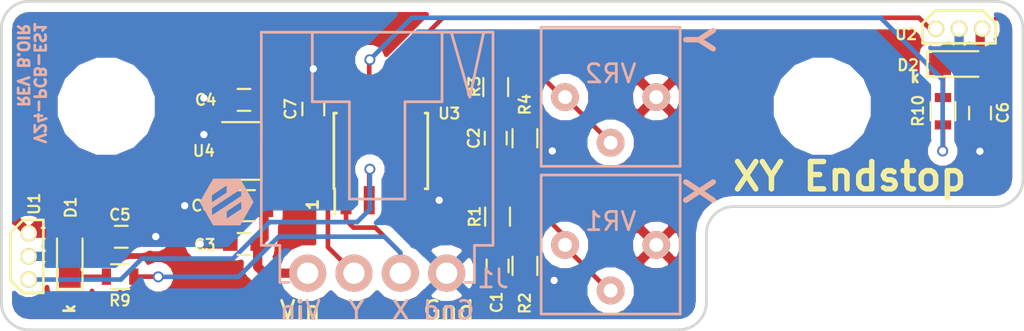
<source format=kicad_pcb>
(kicad_pcb (version 20171130) (host pcbnew "(5.1.5)-3")

  (general
    (thickness 1.6)
    (drawings 30)
    (tracks 121)
    (zones 0)
    (modules 26)
    (nets 14)
  )

  (page A4)
  (title_block
    (title "X-Y Endstop")
    (date 2017-11-09)
    (rev A)
    (comment 3 " CARLOS RUIZ")
    (comment 4 " MAKSIM ZOLIN")
  )

  (layers
    (0 F.Cu signal hide)
    (31 B.Cu signal)
    (32 B.Adhes user)
    (33 F.Adhes user hide)
    (34 B.Paste user)
    (35 F.Paste user hide)
    (36 B.SilkS user)
    (37 F.SilkS user hide)
    (38 B.Mask user)
    (39 F.Mask user hide)
    (40 Dwgs.User user hide)
    (41 Cmts.User user)
    (42 Eco1.User user)
    (43 Eco2.User user)
    (44 Edge.Cuts user)
    (45 Margin user)
    (46 B.CrtYd user hide)
    (47 F.CrtYd user hide)
    (48 B.Fab user hide)
    (49 F.Fab user hide)
  )

  (setup
    (last_trace_width 0.254)
    (trace_clearance 0.1778)
    (zone_clearance 0.508)
    (zone_45_only no)
    (trace_min 0.2)
    (via_size 0.6)
    (via_drill 0.4)
    (via_min_size 0.4)
    (via_min_drill 0.3)
    (uvia_size 0.3)
    (uvia_drill 0.1)
    (uvias_allowed no)
    (uvia_min_size 0.2)
    (uvia_min_drill 0.1)
    (edge_width 0.15)
    (segment_width 0.2)
    (pcb_text_width 0.3)
    (pcb_text_size 1.5 1.5)
    (mod_edge_width 0.15)
    (mod_text_size 1 1)
    (mod_text_width 0.15)
    (pad_size 0.9 0.9)
    (pad_drill 0.68)
    (pad_to_mask_clearance 0.2)
    (aux_axis_origin 0 0)
    (grid_origin 142.6 107.9)
    (visible_elements 7FFFFFFF)
    (pcbplotparams
      (layerselection 0x010f0_ffffffff)
      (usegerberextensions false)
      (usegerberattributes false)
      (usegerberadvancedattributes false)
      (creategerberjobfile false)
      (excludeedgelayer true)
      (linewidth 0.100000)
      (plotframeref false)
      (viasonmask false)
      (mode 1)
      (useauxorigin false)
      (hpglpennumber 1)
      (hpglpenspeed 20)
      (hpglpendiameter 15.000000)
      (psnegative false)
      (psa4output false)
      (plotreference true)
      (plotvalue true)
      (plotinvisibletext false)
      (padsonsilk false)
      (subtractmaskfromsilk false)
      (outputformat 1)
      (mirror false)
      (drillshape 0)
      (scaleselection 1)
      (outputdirectory "../Gerbers/"))
  )

  (net 0 "")
  (net 1 GND)
  (net 2 "Net-(C1-Pad1)")
  (net 3 "Net-(C2-Pad1)")
  (net 4 +5V)
  (net 5 +3V3)
  (net 6 Y_SIG)
  (net 7 X_SIG)
  (net 8 "Net-(U1-Pad3)")
  (net 9 "Net-(U2-Pad3)")
  (net 10 "Net-(D1-Pad1)")
  (net 11 "Net-(D2-Pad1)")
  (net 12 "Net-(R1-Pad2)")
  (net 13 "Net-(R3-Pad2)")

  (net_class Default "This is the default net class."
    (clearance 0.1778)
    (trace_width 0.254)
    (via_dia 0.6)
    (via_drill 0.4)
    (uvia_dia 0.3)
    (uvia_drill 0.1)
    (add_net "Net-(C1-Pad1)")
    (add_net "Net-(C2-Pad1)")
    (add_net "Net-(D1-Pad1)")
    (add_net "Net-(D2-Pad1)")
    (add_net "Net-(R1-Pad2)")
    (add_net "Net-(R3-Pad2)")
    (add_net "Net-(U1-Pad3)")
    (add_net "Net-(U2-Pad3)")
    (add_net X_SIG)
    (add_net Y_SIG)
  )

  (net_class power ""
    (clearance 0.2032)
    (trace_width 0.508)
    (via_dia 0.6)
    (via_drill 0.4)
    (uvia_dia 0.3)
    (uvia_drill 0.1)
    (add_net +3V3)
    (add_net +5V)
    (add_net GND)
  )

  (module MZBOT:SIP-3 locked (layer F.Cu) (tedit 5B6BBDB7) (tstamp 5A02034C)
    (at 123.5 106.98 270)
    (path /5A063F20)
    (fp_text reference U1 (at -2.88 -0.3 270) (layer F.SilkS)
      (effects (font (size 0.6 0.6) (thickness 0.12)))
    )
    (fp_text value SS49E (at 0 -3.302 270) (layer F.Fab)
      (effects (font (size 1 1) (thickness 0.15)))
    )
    (fp_line (start -1.3 1) (end 1.3 1) (layer F.SilkS) (width 0.15))
    (fp_line (start 2 -0.8) (end 2 0.3) (layer F.SilkS) (width 0.15))
    (fp_line (start 1.3 1) (end 2 0.3) (layer F.SilkS) (width 0.15))
    (fp_line (start -2 -0.8) (end -2 0.3) (layer F.SilkS) (width 0.15))
    (fp_line (start -2 0.3) (end -1.3 1) (layer F.SilkS) (width 0.15))
    (fp_line (start 0 -0.8) (end 2 -0.8) (layer F.SilkS) (width 0.15))
    (fp_line (start 0 -0.8) (end -2 -0.8) (layer F.SilkS) (width 0.15))
    (pad 2 thru_hole circle (at 0 0 270) (size 0.9 0.9) (drill 0.68) (layers *.Cu *.Mask F.SilkS)
      (net 1 GND))
    (pad 1 thru_hole circle (at -1.27 0 270) (size 0.9 0.9) (drill 0.68) (layers *.Cu *.Mask F.SilkS)
      (net 5 +3V3))
    (pad 3 thru_hole circle (at 1.27 0 270) (size 0.9 0.9) (drill 0.68) (layers *.Cu *.Mask F.SilkS)
      (net 8 "Net-(U1-Pad3)"))
    (model ../../../../../../Users/cr185092/Documents/KiCAD_Projects/MZBOT_XY-Endstop/MZBOT.pretty/3D_Files/SIP-3.wrl
      (at (xyz 0 0 0))
      (scale (xyz 1 1 1))
      (rotate (xyz 0 0 0))
    )
  )

  (module MZBOT:CT6EP103 (layer B.Cu) (tedit 5A4E788F) (tstamp 5A4E818B)
    (at 155.4 107.6)
    (path /5A4E811F)
    (fp_text reference VR1 (at 0 -2.54) (layer B.SilkS)
      (effects (font (size 1 1) (thickness 0.15)) (justify mirror))
    )
    (fp_text value 10.0K (at 0 3.81) (layer B.Fab)
      (effects (font (size 1 1) (thickness 0.15)) (justify mirror))
    )
    (fp_line (start -3.81 2.54) (end 3.81 2.54) (layer B.SilkS) (width 0.15))
    (fp_line (start 3.81 2.54) (end 3.81 -5.08) (layer B.SilkS) (width 0.15))
    (fp_line (start 3.81 -5.08) (end -3.81 -5.08) (layer B.SilkS) (width 0.15))
    (fp_line (start -3.81 -5.08) (end -3.81 2.54) (layer B.SilkS) (width 0.15))
    (pad 1 thru_hole circle (at 0 1.25) (size 1.524 1.524) (drill 0.762) (layers *.Cu *.Mask B.SilkS)
      (net 12 "Net-(R1-Pad2)"))
    (pad 2 thru_hole circle (at -2.5 -1.25) (size 1.524 1.524) (drill 0.762) (layers *.Cu *.Mask B.SilkS)
      (net 12 "Net-(R1-Pad2)"))
    (pad 3 thru_hole circle (at 2.5 -1.25) (size 1.524 1.524) (drill 0.762) (layers *.Cu *.Mask B.SilkS)
      (net 5 +3V3))
    (model ../../../../../../Users/cr185092/Documents/KiCAD_Projects/MZBOT_XY-Endstop/MZBOT.pretty/3D_Files/CT6EP103.wrl
      (at (xyz 0 0 0))
      (scale (xyz 1 1 1))
      (rotate (xyz 0 0 0))
    )
  )

  (module Mounting_Holes:MountingHole_4.3mm_M4_DIN965 locked (layer F.Cu) (tedit 5A050E53) (tstamp 5A050797)
    (at 167 98.75)
    (descr "Mounting Hole 4.3mm, no annular, M4, DIN965")
    (tags "mounting hole 4.3mm no annular m4 din965")
    (clearance 60)
    (attr virtual)
    (fp_text reference REF** (at 0 -4.75) (layer F.SilkS) hide
      (effects (font (size 1 1) (thickness 0.15)))
    )
    (fp_text value MountingHole_4.3mm_M4_DIN965 (at 0 4.75) (layer F.Fab)
      (effects (font (size 1 1) (thickness 0.15)))
    )
    (fp_text user %R (at 0.3 0) (layer F.Fab)
      (effects (font (size 1 1) (thickness 0.15)))
    )
    (fp_circle (center 0 0) (end 3.75 0) (layer Cmts.User) (width 0.15))
    (fp_circle (center 0 0) (end 4 0) (layer F.CrtYd) (width 0.05))
    (pad "" np_thru_hole circle (at 0 0) (size 4.3 4.3) (drill 4.3) (layers *.Cu *.Mask)
      (clearance 0.05))
  )

  (module Mounting_Holes:MountingHole_4.3mm_M4_DIN965 locked (layer F.Cu) (tedit 5A050B87) (tstamp 5A05080E)
    (at 127.75 98.75)
    (descr "Mounting Hole 4.3mm, no annular, M4, DIN965")
    (tags "mounting hole 4.3mm no annular m4 din965")
    (attr virtual)
    (fp_text reference REF** (at 0 -4.75) (layer F.SilkS) hide
      (effects (font (size 1 1) (thickness 0.15)))
    )
    (fp_text value MountingHole_4.3mm_M4_DIN965 (at 0 4.75) (layer F.Fab) hide
      (effects (font (size 1 1) (thickness 0.15)))
    )
    (fp_text user %R (at 0.3 0) (layer F.Fab) hide
      (effects (font (size 1 1) (thickness 0.15)))
    )
    (fp_circle (center 0 0) (end 3.75 0) (layer Cmts.User) (width 0.15))
    (fp_circle (center 0 0) (end 4 0) (layer F.CrtYd) (width 0.05))
    (pad 1 np_thru_hole circle (at 0 0) (size 4.3 4.3) (drill 4.3) (layers *.Cu *.Mask))
  )

  (module MZBOT:C_0603 (layer F.Cu) (tedit 5A04D107) (tstamp 5A03688D)
    (at 128.5722 105.9058)
    (descr "Capacitor SMD 0603, reflow soldering, AVX (see smccp.pdf)")
    (tags "capacitor 0603")
    (path /5A05CF4B)
    (attr smd)
    (fp_text reference C5 (at -0.0722 -1.2058) (layer F.SilkS)
      (effects (font (size 0.6 0.6) (thickness 0.12)))
    )
    (fp_text value 1uF (at 0 1.5) (layer F.Fab)
      (effects (font (size 1 1) (thickness 0.15)))
    )
    (fp_line (start 1.4 0.65) (end -1.4 0.65) (layer F.CrtYd) (width 0.05))
    (fp_line (start 1.4 0.65) (end 1.4 -0.65) (layer F.CrtYd) (width 0.05))
    (fp_line (start -1.4 -0.65) (end -1.4 0.65) (layer F.CrtYd) (width 0.05))
    (fp_line (start -1.4 -0.65) (end 1.4 -0.65) (layer F.CrtYd) (width 0.05))
    (fp_line (start 0.35 0.6) (end -0.35 0.6) (layer F.SilkS) (width 0.12))
    (fp_line (start -0.35 -0.6) (end 0.35 -0.6) (layer F.SilkS) (width 0.12))
    (fp_line (start -0.8 -0.4) (end 0.8 -0.4) (layer F.Fab) (width 0.1))
    (fp_line (start 0.8 -0.4) (end 0.8 0.4) (layer F.Fab) (width 0.1))
    (fp_line (start 0.8 0.4) (end -0.8 0.4) (layer F.Fab) (width 0.1))
    (fp_line (start -0.8 0.4) (end -0.8 -0.4) (layer F.Fab) (width 0.1))
    (fp_text user %R (at 0 0) (layer F.Fab)
      (effects (font (size 0.3 0.3) (thickness 0.075)))
    )
    (pad 2 smd rect (at 0.75 0) (size 0.8 0.75) (layers F.Cu F.Paste F.Mask)
      (net 1 GND))
    (pad 1 smd rect (at -0.75 0) (size 0.8 0.75) (layers F.Cu F.Paste F.Mask)
      (net 5 +3V3))
    (model ../../../../../../Users/cr185092/Documents/KiCAD_Projects/MZBOT_XY-Endstop/MZBOT.pretty/3D_Files/C_0603.wrl
      (at (xyz 0 0 0))
      (scale (xyz 1 1 1))
      (rotate (xyz 0 0 0))
    )
  )

  (module MZBOT:1X4_CONN_L_RA (layer B.Cu) (tedit 5A4EEA55) (tstamp 5A020258)
    (at 142.6 107.9 90)
    (path /5A00B701)
    (fp_text reference J1 (at -0.3 6.35 180) (layer B.SilkS)
      (effects (font (size 1 1) (thickness 0.15)) (justify mirror))
    )
    (fp_text value CONN_01X04 (at 6.858 7.62 90) (layer B.Fab)
      (effects (font (size 1 1) (thickness 0.15)) (justify mirror))
    )
    (fp_line (start -0.508 -5.08) (end -0.508 -4.826) (layer B.SilkS) (width 0.15))
    (fp_line (start -0.508 -5.334) (end 1.524 -5.334) (layer B.SilkS) (width 0.15))
    (fp_line (start -0.508 5.334) (end 1.524 5.334) (layer B.SilkS) (width 0.15))
    (fp_line (start -0.508 5.334) (end -0.508 4.826) (layer B.SilkS) (width 0.15))
    (fp_line (start -0.508 -5.08) (end -0.508 -5.334) (layer B.SilkS) (width 0.15))
    (fp_line (start 1.524 -6.35) (end 13.208 -6.35) (layer B.SilkS) (width 0.15))
    (fp_line (start 1.524 6.35) (end 13.208 6.35) (layer B.SilkS) (width 0.15))
    (fp_line (start 1.524 5.334) (end 1.524 6.35) (layer B.SilkS) (width 0.15))
    (fp_line (start 1.524 -5.334) (end 1.524 -6.35) (layer B.SilkS) (width 0.15))
    (fp_line (start 9.398 -1.524) (end 9.398 -3.556) (layer B.SilkS) (width 0.15))
    (fp_line (start 9.398 3.556) (end 9.398 1.524) (layer B.SilkS) (width 0.15))
    (fp_line (start 4.064 1.524) (end 4.064 -1.524) (layer B.SilkS) (width 0.15))
    (fp_line (start 9.398 -1.524) (end 4.064 -1.524) (layer B.SilkS) (width 0.15))
    (fp_line (start 9.398 1.524) (end 4.064 1.524) (layer B.SilkS) (width 0.15))
    (fp_line (start 9.652 5.08) (end 13.208 5.842) (layer B.SilkS) (width 0.15))
    (fp_line (start 9.652 5.08) (end 13.208 4.064) (layer B.SilkS) (width 0.15))
    (fp_line (start 9.398 -3.556) (end 13.208 -3.556) (layer B.SilkS) (width 0.15))
    (fp_line (start 9.398 3.556) (end 13.208 3.556) (layer B.SilkS) (width 0.15))
    (fp_line (start 13.208 0) (end 13.208 -6.35) (layer B.SilkS) (width 0.15))
    (fp_line (start 13.208 6.096) (end 13.208 6.35) (layer B.SilkS) (width 0.15))
    (fp_line (start 13.208 0) (end 13.208 6.096) (layer B.SilkS) (width 0.15))
    (pad 1 thru_hole circle (at 0 3.81 90) (size 2.032 2.032) (drill 1.1684) (layers *.Cu *.Mask B.SilkS)
      (net 1 GND))
    (pad 2 thru_hole circle (at 0 1.27 90) (size 2.032 2.032) (drill 1.1684) (layers *.Cu *.Mask B.SilkS)
      (net 7 X_SIG))
    (pad 3 thru_hole circle (at 0 -1.27 90) (size 2.032 2.032) (drill 1.1684) (layers *.Cu *.Mask B.SilkS)
      (net 6 Y_SIG))
    (pad 4 thru_hole circle (at 0 -3.81 90) (size 2.032 2.032) (drill 1.1684) (layers *.Cu *.Mask B.SilkS)
      (net 4 +5V))
    (model ../../../../../../Users/cr185092/Documents/KiCAD_Projects/MZBOT_XY-Endstop/MZBOT.pretty/3D_Files/1X4_CONN_L_RA.wrl
      (at (xyz 0 0 0))
      (scale (xyz 1 1 1))
      (rotate (xyz 0 0 0))
    )
  )

  (module MZBOT:R_0603 (layer F.Cu) (tedit 5A04D115) (tstamp 5A02032D)
    (at 128.508 108.0902)
    (descr "Resistor SMD 0603, reflow soldering, Vishay (see dcrcw.pdf)")
    (tags "resistor 0603")
    (path /5A06B573)
    (attr smd)
    (fp_text reference R9 (at -0.008 1.3098) (layer F.SilkS)
      (effects (font (size 0.6 0.6) (thickness 0.12)))
    )
    (fp_text value 1.00K (at 0 1.5) (layer F.Fab)
      (effects (font (size 1 1) (thickness 0.15)))
    )
    (fp_text user %R (at 0 0) (layer F.Fab)
      (effects (font (size 0.4 0.4) (thickness 0.075)))
    )
    (fp_line (start -0.8 0.4) (end -0.8 -0.4) (layer F.Fab) (width 0.1))
    (fp_line (start 0.8 0.4) (end -0.8 0.4) (layer F.Fab) (width 0.1))
    (fp_line (start 0.8 -0.4) (end 0.8 0.4) (layer F.Fab) (width 0.1))
    (fp_line (start -0.8 -0.4) (end 0.8 -0.4) (layer F.Fab) (width 0.1))
    (fp_line (start 0.5 0.68) (end -0.5 0.68) (layer F.SilkS) (width 0.12))
    (fp_line (start -0.5 -0.68) (end 0.5 -0.68) (layer F.SilkS) (width 0.12))
    (fp_line (start -1.25 -0.7) (end 1.25 -0.7) (layer F.CrtYd) (width 0.05))
    (fp_line (start -1.25 -0.7) (end -1.25 0.7) (layer F.CrtYd) (width 0.05))
    (fp_line (start 1.25 0.7) (end 1.25 -0.7) (layer F.CrtYd) (width 0.05))
    (fp_line (start 1.25 0.7) (end -1.25 0.7) (layer F.CrtYd) (width 0.05))
    (pad 1 smd rect (at -0.75 0) (size 0.5 0.9) (layers F.Cu F.Paste F.Mask)
      (net 10 "Net-(D1-Pad1)"))
    (pad 2 smd rect (at 0.75 0) (size 0.5 0.9) (layers F.Cu F.Paste F.Mask)
      (net 7 X_SIG))
    (model ../../../../../../Users/cr185092/Documents/KiCAD_Projects/MZBOT_XY-Endstop/MZBOT.pretty/3D_Files/R_0603.wrl
      (at (xyz 0 0 0))
      (scale (xyz 1 1 1))
      (rotate (xyz 0 0 0))
    )
  )

  (module MZBOT:C_0603 (layer F.Cu) (tedit 5A4EEBE0) (tstamp 5A020208)
    (at 149.2 107.5 270)
    (descr "Capacitor SMD 0603, reflow soldering, AVX (see smccp.pdf)")
    (tags "capacitor 0603")
    (path /5A068C4E)
    (attr smd)
    (fp_text reference C1 (at 2 0.05 270) (layer F.SilkS)
      (effects (font (size 0.6 0.6) (thickness 0.12)))
    )
    (fp_text value 0.1uF (at 0 1.5 270) (layer F.Fab)
      (effects (font (size 1 1) (thickness 0.15)))
    )
    (fp_line (start 1.4 0.65) (end -1.4 0.65) (layer F.CrtYd) (width 0.05))
    (fp_line (start 1.4 0.65) (end 1.4 -0.65) (layer F.CrtYd) (width 0.05))
    (fp_line (start -1.4 -0.65) (end -1.4 0.65) (layer F.CrtYd) (width 0.05))
    (fp_line (start -1.4 -0.65) (end 1.4 -0.65) (layer F.CrtYd) (width 0.05))
    (fp_line (start 0.35 0.6) (end -0.35 0.6) (layer F.SilkS) (width 0.12))
    (fp_line (start -0.35 -0.6) (end 0.35 -0.6) (layer F.SilkS) (width 0.12))
    (fp_line (start -0.8 -0.4) (end 0.8 -0.4) (layer F.Fab) (width 0.1))
    (fp_line (start 0.8 -0.4) (end 0.8 0.4) (layer F.Fab) (width 0.1))
    (fp_line (start 0.8 0.4) (end -0.8 0.4) (layer F.Fab) (width 0.1))
    (fp_line (start -0.8 0.4) (end -0.8 -0.4) (layer F.Fab) (width 0.1))
    (fp_text user %R (at 0 0 270) (layer F.Fab)
      (effects (font (size 0.3 0.3) (thickness 0.075)))
    )
    (pad 2 smd rect (at 0.75 0 270) (size 0.8 0.75) (layers F.Cu F.Paste F.Mask)
      (net 1 GND))
    (pad 1 smd rect (at -0.75 0 270) (size 0.8 0.75) (layers F.Cu F.Paste F.Mask)
      (net 2 "Net-(C1-Pad1)"))
    (model ../../../../../../Users/cr185092/Documents/KiCAD_Projects/MZBOT_XY-Endstop/MZBOT.pretty/3D_Files/C_0603.wrl
      (at (xyz 0 0 0))
      (scale (xyz 1 1 1))
      (rotate (xyz 0 0 0))
    )
  )

  (module MZBOT:C_0603 (layer F.Cu) (tedit 5A4EEBF4) (tstamp 5A020219)
    (at 149.1 100.5 270)
    (descr "Capacitor SMD 0603, reflow soldering, AVX (see smccp.pdf)")
    (tags "capacitor 0603")
    (path /5A00BE90)
    (attr smd)
    (fp_text reference C2 (at 0 1.2 270) (layer F.SilkS)
      (effects (font (size 0.6 0.6) (thickness 0.12)))
    )
    (fp_text value 0.1uF (at 0 1.5 270) (layer F.Fab)
      (effects (font (size 1 1) (thickness 0.15)))
    )
    (fp_line (start 1.4 0.65) (end -1.4 0.65) (layer F.CrtYd) (width 0.05))
    (fp_line (start 1.4 0.65) (end 1.4 -0.65) (layer F.CrtYd) (width 0.05))
    (fp_line (start -1.4 -0.65) (end -1.4 0.65) (layer F.CrtYd) (width 0.05))
    (fp_line (start -1.4 -0.65) (end 1.4 -0.65) (layer F.CrtYd) (width 0.05))
    (fp_line (start 0.35 0.6) (end -0.35 0.6) (layer F.SilkS) (width 0.12))
    (fp_line (start -0.35 -0.6) (end 0.35 -0.6) (layer F.SilkS) (width 0.12))
    (fp_line (start -0.8 -0.4) (end 0.8 -0.4) (layer F.Fab) (width 0.1))
    (fp_line (start 0.8 -0.4) (end 0.8 0.4) (layer F.Fab) (width 0.1))
    (fp_line (start 0.8 0.4) (end -0.8 0.4) (layer F.Fab) (width 0.1))
    (fp_line (start -0.8 0.4) (end -0.8 -0.4) (layer F.Fab) (width 0.1))
    (fp_text user %R (at 0 0 270) (layer F.Fab)
      (effects (font (size 0.3 0.3) (thickness 0.075)))
    )
    (pad 2 smd rect (at 0.75 0 270) (size 0.8 0.75) (layers F.Cu F.Paste F.Mask)
      (net 1 GND))
    (pad 1 smd rect (at -0.75 0 270) (size 0.8 0.75) (layers F.Cu F.Paste F.Mask)
      (net 3 "Net-(C2-Pad1)"))
    (model ../../../../../../Users/cr185092/Documents/KiCAD_Projects/MZBOT_XY-Endstop/MZBOT.pretty/3D_Files/C_0603.wrl
      (at (xyz 0 0 0))
      (scale (xyz 1 1 1))
      (rotate (xyz 0 0 0))
    )
  )

  (module MZBOT:C_0603 (layer F.Cu) (tedit 5A4EEC0A) (tstamp 5A02022A)
    (at 135.3 106.3 180)
    (descr "Capacitor SMD 0603, reflow soldering, AVX (see smccp.pdf)")
    (tags "capacitor 0603")
    (path /5A05E066)
    (attr smd)
    (fp_text reference C3 (at 2.15 -0.05 180) (layer F.SilkS)
      (effects (font (size 0.6 0.6) (thickness 0.12)))
    )
    (fp_text value 1uF (at 0 1.5 180) (layer F.Fab)
      (effects (font (size 1 1) (thickness 0.15)))
    )
    (fp_line (start 1.4 0.65) (end -1.4 0.65) (layer F.CrtYd) (width 0.05))
    (fp_line (start 1.4 0.65) (end 1.4 -0.65) (layer F.CrtYd) (width 0.05))
    (fp_line (start -1.4 -0.65) (end -1.4 0.65) (layer F.CrtYd) (width 0.05))
    (fp_line (start -1.4 -0.65) (end 1.4 -0.65) (layer F.CrtYd) (width 0.05))
    (fp_line (start 0.35 0.6) (end -0.35 0.6) (layer F.SilkS) (width 0.12))
    (fp_line (start -0.35 -0.6) (end 0.35 -0.6) (layer F.SilkS) (width 0.12))
    (fp_line (start -0.8 -0.4) (end 0.8 -0.4) (layer F.Fab) (width 0.1))
    (fp_line (start 0.8 -0.4) (end 0.8 0.4) (layer F.Fab) (width 0.1))
    (fp_line (start 0.8 0.4) (end -0.8 0.4) (layer F.Fab) (width 0.1))
    (fp_line (start -0.8 0.4) (end -0.8 -0.4) (layer F.Fab) (width 0.1))
    (fp_text user %R (at 0 0 180) (layer F.Fab)
      (effects (font (size 0.3 0.3) (thickness 0.075)))
    )
    (pad 2 smd rect (at 0.75 0 180) (size 0.8 0.75) (layers F.Cu F.Paste F.Mask)
      (net 1 GND))
    (pad 1 smd rect (at -0.75 0 180) (size 0.8 0.75) (layers F.Cu F.Paste F.Mask)
      (net 4 +5V))
    (model ../../../../../../Users/cr185092/Documents/KiCAD_Projects/MZBOT_XY-Endstop/MZBOT.pretty/3D_Files/C_0603.wrl
      (at (xyz 0 0 0))
      (scale (xyz 1 1 1))
      (rotate (xyz 0 0 0))
    )
  )

  (module MZBOT:C_0603 (layer F.Cu) (tedit 5A4EEC15) (tstamp 5A02023B)
    (at 135.3 98.4 180)
    (descr "Capacitor SMD 0603, reflow soldering, AVX (see smccp.pdf)")
    (tags "capacitor 0603")
    (path /5A05E33A)
    (attr smd)
    (fp_text reference C4 (at 2.1 0 180) (layer F.SilkS)
      (effects (font (size 0.6 0.6) (thickness 0.12)))
    )
    (fp_text value 1uF (at 0 1.5 180) (layer F.Fab)
      (effects (font (size 1 1) (thickness 0.15)))
    )
    (fp_line (start 1.4 0.65) (end -1.4 0.65) (layer F.CrtYd) (width 0.05))
    (fp_line (start 1.4 0.65) (end 1.4 -0.65) (layer F.CrtYd) (width 0.05))
    (fp_line (start -1.4 -0.65) (end -1.4 0.65) (layer F.CrtYd) (width 0.05))
    (fp_line (start -1.4 -0.65) (end 1.4 -0.65) (layer F.CrtYd) (width 0.05))
    (fp_line (start 0.35 0.6) (end -0.35 0.6) (layer F.SilkS) (width 0.12))
    (fp_line (start -0.35 -0.6) (end 0.35 -0.6) (layer F.SilkS) (width 0.12))
    (fp_line (start -0.8 -0.4) (end 0.8 -0.4) (layer F.Fab) (width 0.1))
    (fp_line (start 0.8 -0.4) (end 0.8 0.4) (layer F.Fab) (width 0.1))
    (fp_line (start 0.8 0.4) (end -0.8 0.4) (layer F.Fab) (width 0.1))
    (fp_line (start -0.8 0.4) (end -0.8 -0.4) (layer F.Fab) (width 0.1))
    (fp_text user %R (at 0 0 180) (layer F.Fab)
      (effects (font (size 0.3 0.3) (thickness 0.075)))
    )
    (pad 2 smd rect (at 0.75 0 180) (size 0.8 0.75) (layers F.Cu F.Paste F.Mask)
      (net 1 GND))
    (pad 1 smd rect (at -0.75 0 180) (size 0.8 0.75) (layers F.Cu F.Paste F.Mask)
      (net 5 +3V3))
    (model ../../../../../../Users/cr185092/Documents/KiCAD_Projects/MZBOT_XY-Endstop/MZBOT.pretty/3D_Files/C_0603.wrl
      (at (xyz 0 0 0))
      (scale (xyz 1 1 1))
      (rotate (xyz 0 0 0))
    )
  )

  (module MZBOT:R_0603 (layer F.Cu) (tedit 5A4EEBFA) (tstamp 5A0202A5)
    (at 149.2 104.8 90)
    (descr "Resistor SMD 0603, reflow soldering, Vishay (see dcrcw.pdf)")
    (tags "resistor 0603")
    (path /5A0574A7)
    (attr smd)
    (fp_text reference R1 (at 0 -1.25 90) (layer F.SilkS)
      (effects (font (size 0.6 0.6) (thickness 0.12)))
    )
    (fp_text value 1.00K (at 0 1.5 90) (layer F.Fab)
      (effects (font (size 1 1) (thickness 0.15)))
    )
    (fp_text user %R (at 0 0 90) (layer F.Fab)
      (effects (font (size 0.4 0.4) (thickness 0.075)))
    )
    (fp_line (start -0.8 0.4) (end -0.8 -0.4) (layer F.Fab) (width 0.1))
    (fp_line (start 0.8 0.4) (end -0.8 0.4) (layer F.Fab) (width 0.1))
    (fp_line (start 0.8 -0.4) (end 0.8 0.4) (layer F.Fab) (width 0.1))
    (fp_line (start -0.8 -0.4) (end 0.8 -0.4) (layer F.Fab) (width 0.1))
    (fp_line (start 0.5 0.68) (end -0.5 0.68) (layer F.SilkS) (width 0.12))
    (fp_line (start -0.5 -0.68) (end 0.5 -0.68) (layer F.SilkS) (width 0.12))
    (fp_line (start -1.25 -0.7) (end 1.25 -0.7) (layer F.CrtYd) (width 0.05))
    (fp_line (start -1.25 -0.7) (end -1.25 0.7) (layer F.CrtYd) (width 0.05))
    (fp_line (start 1.25 0.7) (end 1.25 -0.7) (layer F.CrtYd) (width 0.05))
    (fp_line (start 1.25 0.7) (end -1.25 0.7) (layer F.CrtYd) (width 0.05))
    (pad 1 smd rect (at -0.75 0 90) (size 0.5 0.9) (layers F.Cu F.Paste F.Mask)
      (net 2 "Net-(C1-Pad1)"))
    (pad 2 smd rect (at 0.75 0 90) (size 0.5 0.9) (layers F.Cu F.Paste F.Mask)
      (net 12 "Net-(R1-Pad2)"))
    (model ../../../../../../Users/cr185092/Documents/KiCAD_Projects/MZBOT_XY-Endstop/MZBOT.pretty/3D_Files/R_0603.wrl
      (at (xyz 0 0 0))
      (scale (xyz 1 1 1))
      (rotate (xyz 0 0 0))
    )
  )

  (module MZBOT:R_0603 (layer F.Cu) (tedit 5A4EEBDA) (tstamp 5A0202B6)
    (at 150.7 107.5 270)
    (descr "Resistor SMD 0603, reflow soldering, Vishay (see dcrcw.pdf)")
    (tags "resistor 0603")
    (path /5A067D5E)
    (attr smd)
    (fp_text reference R2 (at 2.05 0 270) (layer F.SilkS)
      (effects (font (size 0.6 0.6) (thickness 0.12)))
    )
    (fp_text value 10.0k (at 0 1.5 270) (layer F.Fab)
      (effects (font (size 1 1) (thickness 0.15)))
    )
    (fp_text user %R (at 0 0 270) (layer F.Fab)
      (effects (font (size 0.4 0.4) (thickness 0.075)))
    )
    (fp_line (start -0.8 0.4) (end -0.8 -0.4) (layer F.Fab) (width 0.1))
    (fp_line (start 0.8 0.4) (end -0.8 0.4) (layer F.Fab) (width 0.1))
    (fp_line (start 0.8 -0.4) (end 0.8 0.4) (layer F.Fab) (width 0.1))
    (fp_line (start -0.8 -0.4) (end 0.8 -0.4) (layer F.Fab) (width 0.1))
    (fp_line (start 0.5 0.68) (end -0.5 0.68) (layer F.SilkS) (width 0.12))
    (fp_line (start -0.5 -0.68) (end 0.5 -0.68) (layer F.SilkS) (width 0.12))
    (fp_line (start -1.25 -0.7) (end 1.25 -0.7) (layer F.CrtYd) (width 0.05))
    (fp_line (start -1.25 -0.7) (end -1.25 0.7) (layer F.CrtYd) (width 0.05))
    (fp_line (start 1.25 0.7) (end 1.25 -0.7) (layer F.CrtYd) (width 0.05))
    (fp_line (start 1.25 0.7) (end -1.25 0.7) (layer F.CrtYd) (width 0.05))
    (pad 1 smd rect (at -0.75 0 270) (size 0.5 0.9) (layers F.Cu F.Paste F.Mask)
      (net 2 "Net-(C1-Pad1)"))
    (pad 2 smd rect (at 0.75 0 270) (size 0.5 0.9) (layers F.Cu F.Paste F.Mask)
      (net 1 GND))
    (model ../../../../../../Users/cr185092/Documents/KiCAD_Projects/MZBOT_XY-Endstop/MZBOT.pretty/3D_Files/R_0603.wrl
      (at (xyz 0 0 0))
      (scale (xyz 1 1 1))
      (rotate (xyz 0 0 0))
    )
  )

  (module MZBOT:R_0603 (layer F.Cu) (tedit 5A04B8FA) (tstamp 5A0202C7)
    (at 149.1 97.7 90)
    (descr "Resistor SMD 0603, reflow soldering, Vishay (see dcrcw.pdf)")
    (tags "resistor 0603")
    (path /5A05A462)
    (attr smd)
    (fp_text reference R3 (at 0.03 -1.17 90) (layer F.SilkS)
      (effects (font (size 0.6 0.6) (thickness 0.12)))
    )
    (fp_text value 1.00K (at 0 1.5 90) (layer F.Fab)
      (effects (font (size 1 1) (thickness 0.15)))
    )
    (fp_text user %R (at 0 0 90) (layer F.Fab)
      (effects (font (size 0.4 0.4) (thickness 0.075)))
    )
    (fp_line (start -0.8 0.4) (end -0.8 -0.4) (layer F.Fab) (width 0.1))
    (fp_line (start 0.8 0.4) (end -0.8 0.4) (layer F.Fab) (width 0.1))
    (fp_line (start 0.8 -0.4) (end 0.8 0.4) (layer F.Fab) (width 0.1))
    (fp_line (start -0.8 -0.4) (end 0.8 -0.4) (layer F.Fab) (width 0.1))
    (fp_line (start 0.5 0.68) (end -0.5 0.68) (layer F.SilkS) (width 0.12))
    (fp_line (start -0.5 -0.68) (end 0.5 -0.68) (layer F.SilkS) (width 0.12))
    (fp_line (start -1.25 -0.7) (end 1.25 -0.7) (layer F.CrtYd) (width 0.05))
    (fp_line (start -1.25 -0.7) (end -1.25 0.7) (layer F.CrtYd) (width 0.05))
    (fp_line (start 1.25 0.7) (end 1.25 -0.7) (layer F.CrtYd) (width 0.05))
    (fp_line (start 1.25 0.7) (end -1.25 0.7) (layer F.CrtYd) (width 0.05))
    (pad 1 smd rect (at -0.75 0 90) (size 0.5 0.9) (layers F.Cu F.Paste F.Mask)
      (net 3 "Net-(C2-Pad1)"))
    (pad 2 smd rect (at 0.75 0 90) (size 0.5 0.9) (layers F.Cu F.Paste F.Mask)
      (net 13 "Net-(R3-Pad2)"))
    (model ../../../../../../Users/cr185092/Documents/KiCAD_Projects/MZBOT_XY-Endstop/MZBOT.pretty/3D_Files/R_0603.wrl
      (at (xyz 0 0 0))
      (scale (xyz 1 1 1))
      (rotate (xyz 0 0 0))
    )
  )

  (module MZBOT:R_0603 (layer F.Cu) (tedit 5A4EEBF7) (tstamp 5A0202D8)
    (at 150.7 100.5 270)
    (descr "Resistor SMD 0603, reflow soldering, Vishay (see dcrcw.pdf)")
    (tags "resistor 0603")
    (path /5A00BD6A)
    (attr smd)
    (fp_text reference R4 (at -1.85 0 270) (layer F.SilkS)
      (effects (font (size 0.6 0.6) (thickness 0.12)))
    )
    (fp_text value 10.0k (at 0 1.5 270) (layer F.Fab)
      (effects (font (size 1 1) (thickness 0.15)))
    )
    (fp_text user %R (at 0 0 270) (layer F.Fab)
      (effects (font (size 0.4 0.4) (thickness 0.075)))
    )
    (fp_line (start -0.8 0.4) (end -0.8 -0.4) (layer F.Fab) (width 0.1))
    (fp_line (start 0.8 0.4) (end -0.8 0.4) (layer F.Fab) (width 0.1))
    (fp_line (start 0.8 -0.4) (end 0.8 0.4) (layer F.Fab) (width 0.1))
    (fp_line (start -0.8 -0.4) (end 0.8 -0.4) (layer F.Fab) (width 0.1))
    (fp_line (start 0.5 0.68) (end -0.5 0.68) (layer F.SilkS) (width 0.12))
    (fp_line (start -0.5 -0.68) (end 0.5 -0.68) (layer F.SilkS) (width 0.12))
    (fp_line (start -1.25 -0.7) (end 1.25 -0.7) (layer F.CrtYd) (width 0.05))
    (fp_line (start -1.25 -0.7) (end -1.25 0.7) (layer F.CrtYd) (width 0.05))
    (fp_line (start 1.25 0.7) (end 1.25 -0.7) (layer F.CrtYd) (width 0.05))
    (fp_line (start 1.25 0.7) (end -1.25 0.7) (layer F.CrtYd) (width 0.05))
    (pad 1 smd rect (at -0.75 0 270) (size 0.5 0.9) (layers F.Cu F.Paste F.Mask)
      (net 3 "Net-(C2-Pad1)"))
    (pad 2 smd rect (at 0.75 0 270) (size 0.5 0.9) (layers F.Cu F.Paste F.Mask)
      (net 1 GND))
    (model ../../../../../../Users/cr185092/Documents/KiCAD_Projects/MZBOT_XY-Endstop/MZBOT.pretty/3D_Files/R_0603.wrl
      (at (xyz 0 0 0))
      (scale (xyz 1 1 1))
      (rotate (xyz 0 0 0))
    )
  )

  (module MZBOT:R_0603 (layer F.Cu) (tedit 5A4EEC3F) (tstamp 5A02033E)
    (at 173.6184 99.0224 270)
    (descr "Resistor SMD 0603, reflow soldering, Vishay (see dcrcw.pdf)")
    (tags "resistor 0603")
    (path /5A00E749)
    (attr smd)
    (fp_text reference R10 (at -0.0224 1.3684 270) (layer F.SilkS)
      (effects (font (size 0.6 0.6) (thickness 0.12)))
    )
    (fp_text value 1.00K (at 0 1.5 270) (layer F.Fab)
      (effects (font (size 1 1) (thickness 0.15)))
    )
    (fp_text user %R (at 0 0 270) (layer F.Fab)
      (effects (font (size 0.4 0.4) (thickness 0.075)))
    )
    (fp_line (start -0.8 0.4) (end -0.8 -0.4) (layer F.Fab) (width 0.1))
    (fp_line (start 0.8 0.4) (end -0.8 0.4) (layer F.Fab) (width 0.1))
    (fp_line (start 0.8 -0.4) (end 0.8 0.4) (layer F.Fab) (width 0.1))
    (fp_line (start -0.8 -0.4) (end 0.8 -0.4) (layer F.Fab) (width 0.1))
    (fp_line (start 0.5 0.68) (end -0.5 0.68) (layer F.SilkS) (width 0.12))
    (fp_line (start -0.5 -0.68) (end 0.5 -0.68) (layer F.SilkS) (width 0.12))
    (fp_line (start -1.25 -0.7) (end 1.25 -0.7) (layer F.CrtYd) (width 0.05))
    (fp_line (start -1.25 -0.7) (end -1.25 0.7) (layer F.CrtYd) (width 0.05))
    (fp_line (start 1.25 0.7) (end 1.25 -0.7) (layer F.CrtYd) (width 0.05))
    (fp_line (start 1.25 0.7) (end -1.25 0.7) (layer F.CrtYd) (width 0.05))
    (pad 1 smd rect (at -0.75 0 270) (size 0.5 0.9) (layers F.Cu F.Paste F.Mask)
      (net 11 "Net-(D2-Pad1)"))
    (pad 2 smd rect (at 0.75 0 270) (size 0.5 0.9) (layers F.Cu F.Paste F.Mask)
      (net 6 Y_SIG))
    (model ../../../../../../Users/cr185092/Documents/KiCAD_Projects/MZBOT_XY-Endstop/MZBOT.pretty/3D_Files/R_0603.wrl
      (at (xyz 0 0 0))
      (scale (xyz 1 1 1))
      (rotate (xyz 0 0 0))
    )
  )

  (module MZBOT:SIP-3 (layer F.Cu) (tedit 5B6BC9C8) (tstamp 5A02035A)
    (at 174.5 94.5 180)
    (path /5A044B78)
    (fp_text reference U2 (at 2.9 -0.3 180) (layer F.SilkS)
      (effects (font (size 0.6 0.6) (thickness 0.12)))
    )
    (fp_text value SS49E (at 0 -3.302 180) (layer F.Fab)
      (effects (font (size 1 1) (thickness 0.15)))
    )
    (fp_line (start -1.3 1) (end 1.3 1) (layer F.SilkS) (width 0.15))
    (fp_line (start 2 -0.8) (end 2 0.3) (layer F.SilkS) (width 0.15))
    (fp_line (start 1.3 1) (end 2 0.3) (layer F.SilkS) (width 0.15))
    (fp_line (start -2 -0.8) (end -2 0.3) (layer F.SilkS) (width 0.15))
    (fp_line (start -2 0.3) (end -1.3 1) (layer F.SilkS) (width 0.15))
    (fp_line (start 0 -0.8) (end 2 -0.8) (layer F.SilkS) (width 0.15))
    (fp_line (start 0 -0.8) (end -2 -0.8) (layer F.SilkS) (width 0.15))
    (pad 2 thru_hole circle (at 0 0 180) (size 0.9 0.9) (drill 0.68) (layers *.Cu *.Mask F.SilkS)
      (net 1 GND))
    (pad 1 thru_hole circle (at -1.27 0 180) (size 0.9 0.9) (drill 0.68) (layers *.Cu *.Mask F.SilkS)
      (net 5 +3V3))
    (pad 3 thru_hole circle (at 1.27 0 180) (size 0.9 0.9) (drill 0.68) (layers *.Cu *.Mask F.SilkS)
      (net 9 "Net-(U2-Pad3)"))
    (model ../../../../../../Users/cr185092/Documents/KiCAD_Projects/MZBOT_XY-Endstop/MZBOT.pretty/3D_Files/SIP-3.wrl
      (at (xyz 0 0 0))
      (scale (xyz 1 1 1))
      (rotate (xyz 0 0 0))
    )
  )

  (module MZBOT:SOIC-8_3.9x4.9mm_Pitch1.27mm (layer F.Cu) (tedit 5A04D0DF) (tstamp 5A020377)
    (at 142.8 101.2 90)
    (descr "8-Lead Plastic Small Outline (SN) - Narrow, 3.90 mm Body [SOIC] (see Microchip Packaging Specification 00000049BS.pdf)")
    (tags "SOIC 1.27")
    (path /5A00BA58)
    (attr smd)
    (fp_text reference U3 (at 2.05 3.75 180) (layer F.SilkS)
      (effects (font (size 0.6 0.6) (thickness 0.12)))
    )
    (fp_text value LM393 (at 0 3.5 90) (layer F.Fab)
      (effects (font (size 1 1) (thickness 0.15)))
    )
    (fp_text user %R (at 0 0 90) (layer F.Fab)
      (effects (font (size 1 1) (thickness 0.15)))
    )
    (fp_line (start -0.95 -2.45) (end 1.95 -2.45) (layer F.Fab) (width 0.1))
    (fp_line (start 1.95 -2.45) (end 1.95 2.45) (layer F.Fab) (width 0.1))
    (fp_line (start 1.95 2.45) (end -1.95 2.45) (layer F.Fab) (width 0.1))
    (fp_line (start -1.95 2.45) (end -1.95 -1.45) (layer F.Fab) (width 0.1))
    (fp_line (start -1.95 -1.45) (end -0.95 -2.45) (layer F.Fab) (width 0.1))
    (fp_line (start -3.73 -2.7) (end -3.73 2.7) (layer F.CrtYd) (width 0.05))
    (fp_line (start 3.73 -2.7) (end 3.73 2.7) (layer F.CrtYd) (width 0.05))
    (fp_line (start -3.73 -2.7) (end 3.73 -2.7) (layer F.CrtYd) (width 0.05))
    (fp_line (start -3.73 2.7) (end 3.73 2.7) (layer F.CrtYd) (width 0.05))
    (fp_line (start -2.075 -2.575) (end -2.075 -2.525) (layer F.SilkS) (width 0.15))
    (fp_line (start 2.075 -2.575) (end 2.075 -2.43) (layer F.SilkS) (width 0.15))
    (fp_line (start 2.075 2.575) (end 2.075 2.43) (layer F.SilkS) (width 0.15))
    (fp_line (start -2.075 2.575) (end -2.075 2.43) (layer F.SilkS) (width 0.15))
    (fp_line (start -2.075 -2.575) (end 2.075 -2.575) (layer F.SilkS) (width 0.15))
    (fp_line (start -2.075 2.575) (end 2.075 2.575) (layer F.SilkS) (width 0.15))
    (fp_line (start -2.075 -2.525) (end -3.475 -2.525) (layer F.SilkS) (width 0.15))
    (pad 1 smd rect (at -2.7 -1.905 90) (size 1.55 0.6) (layers F.Cu F.Paste F.Mask)
      (net 7 X_SIG))
    (pad 2 smd rect (at -2.7 -0.635 90) (size 1.55 0.6) (layers F.Cu F.Paste F.Mask)
      (net 8 "Net-(U1-Pad3)"))
    (pad 3 smd rect (at -2.7 0.635 90) (size 1.55 0.6) (layers F.Cu F.Paste F.Mask)
      (net 2 "Net-(C1-Pad1)"))
    (pad 4 smd rect (at -2.7 1.905 90) (size 1.55 0.6) (layers F.Cu F.Paste F.Mask)
      (net 1 GND))
    (pad 5 smd rect (at 2.7 1.905 90) (size 1.55 0.6) (layers F.Cu F.Paste F.Mask)
      (net 3 "Net-(C2-Pad1)"))
    (pad 6 smd rect (at 2.7 0.635 90) (size 1.55 0.6) (layers F.Cu F.Paste F.Mask)
      (net 9 "Net-(U2-Pad3)"))
    (pad 7 smd rect (at 2.7 -0.635 90) (size 1.55 0.6) (layers F.Cu F.Paste F.Mask)
      (net 6 Y_SIG))
    (pad 8 smd rect (at 2.7 -1.905 90) (size 1.55 0.6) (layers F.Cu F.Paste F.Mask)
      (net 5 +3V3))
    (model ../../../../../../Users/cr185092/Documents/KiCAD_Projects/MZBOT_XY-Endstop/MZBOT.pretty/3D_Files/SOIC_8_3_9x4_9mm_Pitch1_27mm.wrl
      (at (xyz 0 0 0))
      (scale (xyz 1 1 1))
      (rotate (xyz 0 0 0))
    )
  )

  (module MZBOT:SOT-23 (layer F.Cu) (tedit 5A4EEC20) (tstamp 5A02038C)
    (at 135.5 101.2)
    (descr "SOT-23, Standard")
    (tags SOT-23)
    (path /5A026ACB)
    (attr smd)
    (fp_text reference U4 (at -2.4 0) (layer F.SilkS)
      (effects (font (size 0.6 0.6) (thickness 0.12)))
    )
    (fp_text value AP2210N (at 0 2.5) (layer F.Fab)
      (effects (font (size 1 1) (thickness 0.15)))
    )
    (fp_text user %R (at 0 0 90) (layer F.Fab)
      (effects (font (size 0.5 0.5) (thickness 0.075)))
    )
    (fp_line (start -0.7 -0.95) (end -0.7 1.5) (layer F.Fab) (width 0.1))
    (fp_line (start -0.15 -1.52) (end 0.7 -1.52) (layer F.Fab) (width 0.1))
    (fp_line (start -0.7 -0.95) (end -0.15 -1.52) (layer F.Fab) (width 0.1))
    (fp_line (start 0.7 -1.52) (end 0.7 1.52) (layer F.Fab) (width 0.1))
    (fp_line (start -0.7 1.52) (end 0.7 1.52) (layer F.Fab) (width 0.1))
    (fp_line (start 0.76 1.58) (end 0.76 0.65) (layer F.SilkS) (width 0.12))
    (fp_line (start 0.76 -1.58) (end 0.76 -0.65) (layer F.SilkS) (width 0.12))
    (fp_line (start -1.7 -1.75) (end 1.7 -1.75) (layer F.CrtYd) (width 0.05))
    (fp_line (start 1.7 -1.75) (end 1.7 1.75) (layer F.CrtYd) (width 0.05))
    (fp_line (start 1.7 1.75) (end -1.7 1.75) (layer F.CrtYd) (width 0.05))
    (fp_line (start -1.7 1.75) (end -1.7 -1.75) (layer F.CrtYd) (width 0.05))
    (fp_line (start 0.76 -1.58) (end -1.4 -1.58) (layer F.SilkS) (width 0.12))
    (fp_line (start 0.76 1.58) (end -0.7 1.58) (layer F.SilkS) (width 0.12))
    (pad 1 smd rect (at -1 -0.95) (size 0.9 0.8) (layers F.Cu F.Paste F.Mask)
      (net 1 GND))
    (pad 2 smd rect (at -1 0.95) (size 0.9 0.8) (layers F.Cu F.Paste F.Mask)
      (net 5 +3V3))
    (pad 3 smd rect (at 1 0) (size 0.9 0.8) (layers F.Cu F.Paste F.Mask)
      (net 4 +5V))
    (model ../../../../../../Users/cr185092/Documents/KiCAD_Projects/MZBOT_XY-Endstop/MZBOT.pretty/3D_Files/SOT_23.wrl
      (at (xyz 0 0 0))
      (scale (xyz 1 1 1))
      (rotate (xyz 0 0 0))
    )
  )

  (module MZBOT:C_0603 (layer F.Cu) (tedit 5A4EEC40) (tstamp 5A03689E)
    (at 175.6504 99.124 270)
    (descr "Capacitor SMD 0603, reflow soldering, AVX (see smccp.pdf)")
    (tags "capacitor 0603")
    (path /5A05C646)
    (attr smd)
    (fp_text reference C6 (at -0.024 -1.2496 270) (layer F.SilkS)
      (effects (font (size 0.6 0.6) (thickness 0.12)))
    )
    (fp_text value 1uF (at 0 1.5 270) (layer F.Fab)
      (effects (font (size 1 1) (thickness 0.15)))
    )
    (fp_line (start 1.4 0.65) (end -1.4 0.65) (layer F.CrtYd) (width 0.05))
    (fp_line (start 1.4 0.65) (end 1.4 -0.65) (layer F.CrtYd) (width 0.05))
    (fp_line (start -1.4 -0.65) (end -1.4 0.65) (layer F.CrtYd) (width 0.05))
    (fp_line (start -1.4 -0.65) (end 1.4 -0.65) (layer F.CrtYd) (width 0.05))
    (fp_line (start 0.35 0.6) (end -0.35 0.6) (layer F.SilkS) (width 0.12))
    (fp_line (start -0.35 -0.6) (end 0.35 -0.6) (layer F.SilkS) (width 0.12))
    (fp_line (start -0.8 -0.4) (end 0.8 -0.4) (layer F.Fab) (width 0.1))
    (fp_line (start 0.8 -0.4) (end 0.8 0.4) (layer F.Fab) (width 0.1))
    (fp_line (start 0.8 0.4) (end -0.8 0.4) (layer F.Fab) (width 0.1))
    (fp_line (start -0.8 0.4) (end -0.8 -0.4) (layer F.Fab) (width 0.1))
    (fp_text user %R (at 0 0 270) (layer F.Fab)
      (effects (font (size 0.3 0.3) (thickness 0.075)))
    )
    (pad 2 smd rect (at 0.75 0 270) (size 0.8 0.75) (layers F.Cu F.Paste F.Mask)
      (net 1 GND))
    (pad 1 smd rect (at -0.75 0 270) (size 0.8 0.75) (layers F.Cu F.Paste F.Mask)
      (net 5 +3V3))
    (model ../../../../../../Users/cr185092/Documents/KiCAD_Projects/MZBOT_XY-Endstop/MZBOT.pretty/3D_Files/C_0603.wrl
      (at (xyz 0 0 0))
      (scale (xyz 1 1 1))
      (rotate (xyz 0 0 0))
    )
  )

  (module MZBOT:C_0603 (layer F.Cu) (tedit 5A04D06C) (tstamp 5A0368AF)
    (at 139.1 98.9 270)
    (descr "Capacitor SMD 0603, reflow soldering, AVX (see smccp.pdf)")
    (tags "capacitor 0603")
    (path /5A04B1F6)
    (attr smd)
    (fp_text reference C7 (at 0 1.25 270) (layer F.SilkS)
      (effects (font (size 0.6 0.6) (thickness 0.12)))
    )
    (fp_text value 1uF (at 0 1.5 270) (layer F.Fab)
      (effects (font (size 1 1) (thickness 0.15)))
    )
    (fp_line (start 1.4 0.65) (end -1.4 0.65) (layer F.CrtYd) (width 0.05))
    (fp_line (start 1.4 0.65) (end 1.4 -0.65) (layer F.CrtYd) (width 0.05))
    (fp_line (start -1.4 -0.65) (end -1.4 0.65) (layer F.CrtYd) (width 0.05))
    (fp_line (start -1.4 -0.65) (end 1.4 -0.65) (layer F.CrtYd) (width 0.05))
    (fp_line (start 0.35 0.6) (end -0.35 0.6) (layer F.SilkS) (width 0.12))
    (fp_line (start -0.35 -0.6) (end 0.35 -0.6) (layer F.SilkS) (width 0.12))
    (fp_line (start -0.8 -0.4) (end 0.8 -0.4) (layer F.Fab) (width 0.1))
    (fp_line (start 0.8 -0.4) (end 0.8 0.4) (layer F.Fab) (width 0.1))
    (fp_line (start 0.8 0.4) (end -0.8 0.4) (layer F.Fab) (width 0.1))
    (fp_line (start -0.8 0.4) (end -0.8 -0.4) (layer F.Fab) (width 0.1))
    (fp_text user %R (at 0 0 270) (layer F.Fab)
      (effects (font (size 0.3 0.3) (thickness 0.075)))
    )
    (pad 2 smd rect (at 0.75 0 270) (size 0.8 0.75) (layers F.Cu F.Paste F.Mask)
      (net 5 +3V3))
    (pad 1 smd rect (at -0.75 0 270) (size 0.8 0.75) (layers F.Cu F.Paste F.Mask)
      (net 1 GND))
    (model ../../../../../../Users/cr185092/Documents/KiCAD_Projects/MZBOT_XY-Endstop/MZBOT.pretty/3D_Files/C_0603.wrl
      (at (xyz 0 0 0))
      (scale (xyz 1 1 1))
      (rotate (xyz 0 0 0))
    )
  )

  (module MZBOT:C_0805 (layer F.Cu) (tedit 5A4EEC0E) (tstamp 5A0368C0)
    (at 135.4 104.2 180)
    (descr "Capacitor SMD 0805, reflow soldering, AVX (see smccp.pdf)")
    (tags "capacitor 0805")
    (path /5A042915)
    (attr smd)
    (fp_text reference C8 (at 2.4 0 180) (layer F.SilkS)
      (effects (font (size 0.6 0.6) (thickness 0.12)))
    )
    (fp_text value 10uF (at 0 1.75 180) (layer F.Fab)
      (effects (font (size 1 1) (thickness 0.15)))
    )
    (fp_text user %R (at -0.05 0.05 180) (layer F.Fab)
      (effects (font (size 0.4 0.4) (thickness 0.075)))
    )
    (fp_line (start -1 0.62) (end -1 -0.62) (layer F.Fab) (width 0.1))
    (fp_line (start 1 0.62) (end -1 0.62) (layer F.Fab) (width 0.1))
    (fp_line (start 1 -0.62) (end 1 0.62) (layer F.Fab) (width 0.1))
    (fp_line (start -1 -0.62) (end 1 -0.62) (layer F.Fab) (width 0.1))
    (fp_line (start 0.5 -0.85) (end -0.5 -0.85) (layer F.SilkS) (width 0.12))
    (fp_line (start -0.5 0.85) (end 0.5 0.85) (layer F.SilkS) (width 0.12))
    (fp_line (start -1.75 -0.88) (end 1.75 -0.88) (layer F.CrtYd) (width 0.05))
    (fp_line (start -1.75 -0.88) (end -1.75 0.87) (layer F.CrtYd) (width 0.05))
    (fp_line (start 1.75 0.87) (end 1.75 -0.88) (layer F.CrtYd) (width 0.05))
    (fp_line (start 1.75 0.87) (end -1.75 0.87) (layer F.CrtYd) (width 0.05))
    (pad 1 smd rect (at -1 0 180) (size 1 1.25) (layers F.Cu F.Paste F.Mask)
      (net 4 +5V))
    (pad 2 smd rect (at 1 0 180) (size 1 1.25) (layers F.Cu F.Paste F.Mask)
      (net 1 GND))
    (model ../../../../../../Users/cr185092/Documents/KiCAD_Projects/MZBOT_XY-Endstop/MZBOT.pretty/3D_Files/C_0805.wrl
      (at (xyz 0 0 0))
      (scale (xyz 1 1 1))
      (rotate (xyz 0 0 0))
    )
  )

  (module MZBOT:LED_0805 (layer F.Cu) (tedit 5B6BC416) (tstamp 5A0368C6)
    (at 125.75 107 90)
    (descr "LED 0805 smd package")
    (tags "LED led 0805 SMD smd SMT smt smdled SMDLED smtled SMTLED")
    (path /5A0591B0)
    (attr smd)
    (fp_text reference D1 (at 2.7 0.05 90) (layer F.SilkS)
      (effects (font (size 0.6 0.6) (thickness 0.12)))
    )
    (fp_text value LED_0805 (at 0 1.55 90) (layer F.Fab)
      (effects (font (size 1 1) (thickness 0.15)))
    )
    (fp_line (start -1.8 -0.7) (end -1.8 0.7) (layer F.SilkS) (width 0.12))
    (fp_line (start -0.4 -0.4) (end -0.4 0.4) (layer F.Fab) (width 0.1))
    (fp_line (start -0.4 0) (end 0.2 -0.4) (layer F.Fab) (width 0.1))
    (fp_line (start 0.2 0.4) (end -0.4 0) (layer F.Fab) (width 0.1))
    (fp_line (start 0.2 -0.4) (end 0.2 0.4) (layer F.Fab) (width 0.1))
    (fp_line (start 1 0.6) (end -1 0.6) (layer F.Fab) (width 0.1))
    (fp_line (start 1 -0.6) (end 1 0.6) (layer F.Fab) (width 0.1))
    (fp_line (start -1 -0.6) (end 1 -0.6) (layer F.Fab) (width 0.1))
    (fp_line (start -1 0.6) (end -1 -0.6) (layer F.Fab) (width 0.1))
    (fp_line (start -1.8 0.7) (end 1 0.7) (layer F.SilkS) (width 0.12))
    (fp_line (start -1.8 -0.7) (end 1 -0.7) (layer F.SilkS) (width 0.12))
    (fp_line (start 1.95 -0.85) (end 1.95 0.85) (layer F.CrtYd) (width 0.05))
    (fp_line (start 1.95 0.85) (end -1.95 0.85) (layer F.CrtYd) (width 0.05))
    (fp_line (start -1.95 0.85) (end -1.95 -0.85) (layer F.CrtYd) (width 0.05))
    (fp_line (start -1.95 -0.85) (end 1.95 -0.85) (layer F.CrtYd) (width 0.05))
    (fp_text user %R (at 0 -1.25 90) (layer F.Fab)
      (effects (font (size 0.4 0.4) (thickness 0.1)))
    )
    (pad 2 smd rect (at 1.1 0 270) (size 1.2 1.2) (layers F.Cu F.Paste F.Mask)
      (net 5 +3V3))
    (pad 1 smd rect (at -1.1 0 270) (size 1.2 1.2) (layers F.Cu F.Paste F.Mask)
      (net 10 "Net-(D1-Pad1)"))
    (model ../../../../../../Users/cr185092/Documents/KiCAD_Projects/MZBOT_XY-Endstop/MZBOT.pretty/3D_Files/LED_0805.wrl
      (at (xyz 0 0 0))
      (scale (xyz 1 1 1))
      (rotate (xyz 0 0 180))
    )
  )

  (module MZBOT:LED_0805 (layer F.Cu) (tedit 5A04D166) (tstamp 5A0368CC)
    (at 174.5582 96.4316)
    (descr "LED 0805 smd package")
    (tags "LED led 0805 SMD smd SMT smt smdled SMDLED smtled SMTLED")
    (path /5A047734)
    (attr smd)
    (fp_text reference D2 (at -2.8582 0.0684) (layer F.SilkS)
      (effects (font (size 0.6 0.6) (thickness 0.12)))
    )
    (fp_text value LED_0805 (at 0 1.55) (layer F.Fab)
      (effects (font (size 1 1) (thickness 0.15)))
    )
    (fp_line (start -1.8 -0.7) (end -1.8 0.7) (layer F.SilkS) (width 0.12))
    (fp_line (start -0.4 -0.4) (end -0.4 0.4) (layer F.Fab) (width 0.1))
    (fp_line (start -0.4 0) (end 0.2 -0.4) (layer F.Fab) (width 0.1))
    (fp_line (start 0.2 0.4) (end -0.4 0) (layer F.Fab) (width 0.1))
    (fp_line (start 0.2 -0.4) (end 0.2 0.4) (layer F.Fab) (width 0.1))
    (fp_line (start 1 0.6) (end -1 0.6) (layer F.Fab) (width 0.1))
    (fp_line (start 1 -0.6) (end 1 0.6) (layer F.Fab) (width 0.1))
    (fp_line (start -1 -0.6) (end 1 -0.6) (layer F.Fab) (width 0.1))
    (fp_line (start -1 0.6) (end -1 -0.6) (layer F.Fab) (width 0.1))
    (fp_line (start -1.8 0.7) (end 1 0.7) (layer F.SilkS) (width 0.12))
    (fp_line (start -1.8 -0.7) (end 1 -0.7) (layer F.SilkS) (width 0.12))
    (fp_line (start 1.95 -0.85) (end 1.95 0.85) (layer F.CrtYd) (width 0.05))
    (fp_line (start 1.95 0.85) (end -1.95 0.85) (layer F.CrtYd) (width 0.05))
    (fp_line (start -1.95 0.85) (end -1.95 -0.85) (layer F.CrtYd) (width 0.05))
    (fp_line (start -1.95 -0.85) (end 1.95 -0.85) (layer F.CrtYd) (width 0.05))
    (fp_text user %R (at 0 -1.25) (layer F.Fab)
      (effects (font (size 0.4 0.4) (thickness 0.1)))
    )
    (pad 2 smd rect (at 1.1 0 180) (size 1.2 1.2) (layers F.Cu F.Paste F.Mask)
      (net 5 +3V3))
    (pad 1 smd rect (at -1.1 0 180) (size 1.2 1.2) (layers F.Cu F.Paste F.Mask)
      (net 11 "Net-(D2-Pad1)"))
    (model ../../../../../../Users/cr185092/Documents/KiCAD_Projects/MZBOT_XY-Endstop/MZBOT.pretty/3D_Files/LED_0805.wrl
      (at (xyz 0 0 0))
      (scale (xyz 1 1 1))
      (rotate (xyz 0 0 180))
    )
  )

  (module MZBOT:CT6EP103 (layer B.Cu) (tedit 5A4E788F) (tstamp 5A4E8195)
    (at 155.4 99.5)
    (path /5A0111B4)
    (fp_text reference VR2 (at 0 -2.54) (layer B.SilkS)
      (effects (font (size 1 1) (thickness 0.15)) (justify mirror))
    )
    (fp_text value 10.0K (at 0 3.81) (layer B.Fab)
      (effects (font (size 1 1) (thickness 0.15)) (justify mirror))
    )
    (fp_line (start -3.81 2.54) (end 3.81 2.54) (layer B.SilkS) (width 0.15))
    (fp_line (start 3.81 2.54) (end 3.81 -5.08) (layer B.SilkS) (width 0.15))
    (fp_line (start 3.81 -5.08) (end -3.81 -5.08) (layer B.SilkS) (width 0.15))
    (fp_line (start -3.81 -5.08) (end -3.81 2.54) (layer B.SilkS) (width 0.15))
    (pad 1 thru_hole circle (at 0 1.25) (size 1.524 1.524) (drill 0.762) (layers *.Cu *.Mask B.SilkS)
      (net 13 "Net-(R3-Pad2)"))
    (pad 2 thru_hole circle (at -2.5 -1.25) (size 1.524 1.524) (drill 0.762) (layers *.Cu *.Mask B.SilkS)
      (net 13 "Net-(R3-Pad2)"))
    (pad 3 thru_hole circle (at 2.5 -1.25) (size 1.524 1.524) (drill 0.762) (layers *.Cu *.Mask B.SilkS)
      (net 5 +3V3))
    (model ../../../../../../Users/cr185092/Documents/KiCAD_Projects/MZBOT_XY-Endstop/MZBOT.pretty/3D_Files/CT6EP103.wrl
      (at (xyz 0 0 0))
      (scale (xyz 1 1 1))
      (rotate (xyz 0 0 0))
    )
  )

  (module MZBOT:LOGO_small (layer B.Cu) (tedit 5A4EE900) (tstamp 5A4EA00B)
    (at 134.35 104 270)
    (fp_text reference G*** (at -0.9 3.5 270) (layer B.SilkS) hide
      (effects (font (size 1.524 1.524) (thickness 0.3)) (justify mirror))
    )
    (fp_text value LOGO (at 0.75 0 270) (layer B.SilkS) hide
      (effects (font (size 1.524 1.524) (thickness 0.3)) (justify mirror))
    )
    (fp_poly (pts (xy 0.011887 1.460649) (xy 0.042034 1.444428) (xy 0.088721 1.418582) (xy 0.150224 1.384087)
      (xy 0.224822 1.341915) (xy 0.310795 1.293042) (xy 0.40642 1.238441) (xy 0.509975 1.179085)
      (xy 0.619739 1.11595) (xy 0.646885 1.100303) (xy 1.281545 0.734332) (xy 1.281545 -0.734553)
      (xy 0.646875 -1.100413) (xy 0.535799 -1.164303) (xy 0.430448 -1.224628) (xy 0.332553 -1.280414)
      (xy 0.243843 -1.33069) (xy 0.166049 -1.374481) (xy 0.100901 -1.410815) (xy 0.050128 -1.438719)
      (xy 0.015461 -1.457219) (xy -0.001369 -1.465344) (xy -0.002557 -1.465642) (xy -0.014894 -1.459896)
      (xy -0.045468 -1.443536) (xy -0.092546 -1.417542) (xy -0.154394 -1.382894) (xy -0.229281 -1.340572)
      (xy -0.315474 -1.291557) (xy -0.411239 -1.236827) (xy -0.514845 -1.177364) (xy -0.624558 -1.114147)
      (xy -0.649432 -1.099781) (xy -1.153142 -0.80874) (xy -0.730385 -0.80874) (xy -0.530295 -0.805574)
      (xy -0.330204 -0.802409) (xy -0.327552 -0.798381) (xy -0.009622 -0.798381) (xy -0.00001 -0.801594)
      (xy 0.029036 -0.804364) (xy 0.073862 -0.806506) (xy 0.130813 -0.807833) (xy 0.182387 -0.808182)
      (xy 0.378243 -0.808182) (xy 0.639394 -0.411829) (xy 0.695684 -0.326215) (xy 0.747809 -0.246584)
      (xy 0.794437 -0.174996) (xy 0.834237 -0.113513) (xy 0.865875 -0.064197) (xy 0.88802 -0.02911)
      (xy 0.899338 -0.010314) (xy 0.900545 -0.007738) (xy 0.88963 -0.005187) (xy 0.859401 -0.003005)
      (xy 0.813635 -0.00134) (xy 0.756109 -0.000341) (xy 0.707159 -0.000118) (xy 0.513772 -0.000236)
      (xy 0.254 -0.394408) (xy 0.197719 -0.479901) (xy 0.145446 -0.559487) (xy 0.09854 -0.631082)
      (xy 0.058363 -0.692602) (xy 0.026273 -0.741963) (xy 0.003629 -0.777082) (xy -0.008207 -0.795875)
      (xy -0.009622 -0.798381) (xy -0.327552 -0.798381) (xy 0.198125 0) (xy 0.726455 0.802409)
      (xy 0.534224 0.805585) (xy 0.457219 0.80636) (xy 0.400652 0.805678) (xy 0.361907 0.803393)
      (xy 0.338368 0.799357) (xy 0.327955 0.794039) (xy 0.319545 0.782286) (xy 0.299449 0.752714)
      (xy 0.268655 0.70681) (xy 0.228148 0.646061) (xy 0.178913 0.571952) (xy 0.121936 0.485969)
      (xy 0.058202 0.389599) (xy -0.011303 0.284327) (xy -0.085593 0.171641) (xy -0.163683 0.053026)
      (xy -0.190966 0.011546) (xy -0.270273 -0.109055) (xy -0.34618 -0.224486) (xy -0.417692 -0.333233)
      (xy -0.483812 -0.433782) (xy -0.543545 -0.524617) (xy -0.595895 -0.604225) (xy -0.639866 -0.671092)
      (xy -0.674463 -0.723702) (xy -0.698689 -0.760542) (xy -0.711549 -0.780097) (xy -0.713118 -0.782483)
      (xy -0.730385 -0.80874) (xy -1.153142 -0.80874) (xy -1.281546 -0.734549) (xy -1.281546 0)
      (xy -0.911086 0) (xy -0.712429 0.000119) (xy -0.513773 0.000237) (xy -0.254 0.394409)
      (xy -0.197719 0.479902) (xy -0.145446 0.559488) (xy -0.098541 0.631082) (xy -0.058363 0.692602)
      (xy -0.026273 0.741964) (xy -0.00363 0.777083) (xy 0.008206 0.795876) (xy 0.009621 0.798381)
      (xy 0.00001 0.801595) (xy -0.029035 0.804366) (xy -0.073859 0.806508) (xy -0.130805 0.807834)
      (xy -0.182303 0.808182) (xy -0.378076 0.808182) (xy -0.911086 0) (xy -1.281546 0)
      (xy -1.281546 0.734332) (xy -0.646886 1.100303) (xy -0.535885 1.164202) (xy -0.430679 1.224556)
      (xy -0.332989 1.28039) (xy -0.244536 1.330731) (xy -0.167043 1.374604) (xy -0.102232 1.411035)
      (xy -0.051823 1.439051) (xy -0.017538 1.457678) (xy -0.0011 1.46594) (xy 0 1.466273)
      (xy 0.011887 1.460649)) (layer B.SilkS) (width 0.01))
  )

  (gr_text "Vin  Y  X Gnd" (at 142.6 109.932) (layer F.SilkS) (tstamp 5EB55351)
    (effects (font (size 1 1) (thickness 0.15)))
  )
  (gr_text "Gnd X  Y  Vin" (at 142.6 109.932) (layer B.SilkS)
    (effects (font (size 1 1) (thickness 0.15)) (justify mirror))
  )
  (gr_text 1 (at 139.065 104.14 90) (layer F.SilkS)
    (effects (font (size 0.6 0.6) (thickness 0.15)))
  )
  (gr_text k (at 172.085 97.155) (layer F.SilkS)
    (effects (font (size 0.6 0.6) (thickness 0.15)))
  )
  (gr_text k (at 125.73 109.855 90) (layer F.SilkS)
    (effects (font (size 0.6 0.6) (thickness 0.15)))
  )
  (gr_circle (center 127.75 98.75) (end 128 98.75) (layer F.Mask) (width 0.2))
  (gr_circle (center 167 98.75) (end 167.25 98.75) (layer F.Mask) (width 0.2))
  (gr_text V24-PCB-ES1 (at 124.1 97.45 270) (layer B.SilkS)
    (effects (font (size 0.6 0.6) (thickness 0.15)) (justify mirror))
  )
  (gr_text "REV B.OIR" (at 123.19 96.52 270) (layer B.SilkS)
    (effects (font (size 0.6 0.6) (thickness 0.15)) (justify mirror))
  )
  (gr_text "XY Endstop" (at 168.5 102.6) (layer F.SilkS)
    (effects (font (size 1.5 1.5) (thickness 0.3)))
  )
  (gr_text BOT (at 134.35 98.9 270) (layer B.Fab)
    (effects (font (size 1.2 1.1) (thickness 0.14)) (justify mirror))
  )
  (gr_text MZ (at 134.35 101.55 270) (layer B.Fab)
    (effects (font (size 1.1 1.1) (thickness 0.25)) (justify mirror))
  )
  (gr_text X (at 160.2 103.4 270) (layer B.SilkS)
    (effects (font (size 1.5 1.5) (thickness 0.3)))
  )
  (gr_text Y (at 160.2 95.1 270) (layer B.SilkS)
    (effects (font (size 1.5 1.5) (thickness 0.3)))
  )
  (gr_line (start 160.65 109.5) (end 160.65 105.75) (angle 90) (layer Edge.Cuts) (width 0.15))
  (gr_line (start 178 102.75) (end 178 94.5) (angle 90) (layer Edge.Cuts) (width 0.15))
  (gr_line (start 176.5 104.25) (end 162.15 104.25) (angle 90) (layer Edge.Cuts) (width 0.15))
  (gr_arc (start 176.5 102.75) (end 178 102.75) (angle 90) (layer Edge.Cuts) (width 0.15))
  (gr_line (start 159.15 111) (end 123.5 111) (angle 90) (layer Edge.Cuts) (width 0.15))
  (gr_arc (start 159.15 109.5) (end 160.65 109.5) (angle 90) (layer Edge.Cuts) (width 0.15))
  (gr_arc (start 162.15 105.75) (end 160.65 105.75) (angle 90) (layer Edge.Cuts) (width 0.15))
  (gr_line (start 122 94.5) (end 122 95.5) (layer Edge.Cuts) (width 0.15))
  (gr_line (start 124.5 93) (end 123.5 93) (layer Edge.Cuts) (width 0.15))
  (gr_arc (start 176.5 94.5) (end 176.5 93) (angle 90) (layer Edge.Cuts) (width 0.15))
  (gr_circle (center 175.75 94.5) (end 175.75 94.75) (layer Dwgs.User) (width 0.2))
  (gr_circle (center 123.5 108.25) (end 123.75 108.25) (layer Dwgs.User) (width 0.2))
  (gr_line (start 124.5 93) (end 176.5 93) (angle 90) (layer Edge.Cuts) (width 0.15))
  (gr_line (start 122 109.5) (end 122 95.5) (angle 90) (layer Edge.Cuts) (width 0.15))
  (gr_arc (start 123.5 109.5) (end 123.5 111) (angle 90) (layer Edge.Cuts) (width 0.15))
  (gr_arc (start 123.5 94.5) (end 122 94.5) (angle 90) (layer Edge.Cuts) (width 0.15))

  (segment (start 134.4 104.2) (end 132.05 104.2) (width 0.508) (layer F.Cu) (net 1))
  (via (at 132.05 104.2) (size 0.6) (drill 0.4) (layers F.Cu B.Cu) (net 1))
  (segment (start 139.1 98.15) (end 139.1 96.7) (width 0.508) (layer F.Cu) (net 1))
  (via (at 139.1 96.7) (size 0.6) (drill 0.4) (layers F.Cu B.Cu) (net 1))
  (segment (start 134.55 106.3) (end 132.9 106.3) (width 0.508) (layer F.Cu) (net 1))
  (via (at 132.9 106.3) (size 0.6) (drill 0.4) (layers F.Cu B.Cu) (net 1))
  (segment (start 134.55 98.4) (end 133.2 98.4) (width 0.508) (layer F.Cu) (net 1))
  (via (at 133.1 98.3) (size 0.6) (drill 0.4) (layers F.Cu B.Cu) (net 1))
  (segment (start 133.2 98.4) (end 133.1 98.3) (width 0.508) (layer F.Cu) (net 1) (tstamp 5A4E9A7B))
  (segment (start 134.5 100.25) (end 133.15 100.25) (width 0.508) (layer F.Cu) (net 1))
  (via (at 133.1 100.3) (size 0.6) (drill 0.4) (layers F.Cu B.Cu) (net 1))
  (segment (start 133.15 100.25) (end 133.1 100.3) (width 0.508) (layer F.Cu) (net 1) (tstamp 5A4E9A72))
  (segment (start 149.2 108.25) (end 150.7 108.25) (width 0.508) (layer F.Cu) (net 1))
  (segment (start 150.7 108.25) (end 150.75 108.3) (width 0.508) (layer F.Cu) (net 1) (tstamp 5A4E9A1F))
  (segment (start 150.75 108.3) (end 152.3 108.3) (width 0.508) (layer F.Cu) (net 1) (tstamp 5A4E9A20))
  (via (at 152.3 108.3) (size 0.6) (drill 0.4) (layers F.Cu B.Cu) (net 1))
  (segment (start 144.705 103.9) (end 146 103.9) (width 0.508) (layer F.Cu) (net 1))
  (segment (start 146 103.9) (end 146.1 103.9) (width 0.508) (layer B.Cu) (net 1) (tstamp 5A4E99EE))
  (via (at 146 103.9) (size 0.6) (drill 0.4) (layers F.Cu B.Cu) (net 1))
  (segment (start 150.7 101.25) (end 152.15 101.25) (width 0.508) (layer F.Cu) (net 1))
  (via (at 152.2 101.2) (size 0.6) (drill 0.4) (layers F.Cu B.Cu) (net 1))
  (segment (start 152.15 101.25) (end 152.2 101.2) (width 0.508) (layer F.Cu) (net 1) (tstamp 5A4E99E4))
  (segment (start 149.1 101.25) (end 150.7 101.25) (width 0.508) (layer F.Cu) (net 1))
  (segment (start 175.6504 99.874) (end 175.6504 101.2096) (width 0.508) (layer F.Cu) (net 1))
  (via (at 175.641 101.219) (size 0.6) (drill 0.4) (layers F.Cu B.Cu) (net 1))
  (segment (start 175.6504 101.2096) (end 175.641 101.219) (width 0.508) (layer F.Cu) (net 1) (tstamp 5A04B206))
  (segment (start 123.5 106.98) (end 124.633 106.98) (width 0.508) (layer B.Cu) (net 1))
  (segment (start 124.633 106.98) (end 124.714 107.061) (width 0.508) (layer B.Cu) (net 1) (tstamp 5A04B1EE))
  (segment (start 174.5 94.5) (end 174.5 95.883) (width 0.508) (layer B.Cu) (net 1))
  (segment (start 174.5 95.883) (end 174.498 95.885) (width 0.508) (layer B.Cu) (net 1) (tstamp 5A04B1E8))
  (segment (start 129.3222 105.9058) (end 130.4482 105.9058) (width 0.508) (layer F.Cu) (net 1))
  (segment (start 130.462 105.892) (end 130.462 105.765) (width 0.508) (layer B.Cu) (net 1) (tstamp 5A04AC95))
  (via (at 130.462 105.892) (size 0.6) (drill 0.4) (layers F.Cu B.Cu) (net 1))
  (segment (start 130.4482 105.9058) (end 130.462 105.892) (width 0.508) (layer F.Cu) (net 1) (tstamp 5A04AC91))
  (segment (start 149.2 105.55) (end 149.2 106.75) (width 0.254) (layer F.Cu) (net 2))
  (segment (start 149.2 106.75) (end 150.7 106.75) (width 0.254) (layer F.Cu) (net 2) (tstamp 5A4E98DB))
  (segment (start 149.2 105.55) (end 143.95 105.55) (width 0.254) (layer F.Cu) (net 2))
  (segment (start 143.435 105.035) (end 143.435 103.9) (width 0.254) (layer F.Cu) (net 2) (tstamp 5A4E98D8))
  (segment (start 143.95 105.55) (end 143.435 105.035) (width 0.254) (layer F.Cu) (net 2) (tstamp 5A4E98D7))
  (segment (start 149.1 99.75) (end 150.7 99.75) (width 0.254) (layer F.Cu) (net 3))
  (segment (start 149.1 99.75) (end 149.1 98.45) (width 0.254) (layer F.Cu) (net 3))
  (segment (start 144.705 98.5) (end 144.705 99.405) (width 0.254) (layer F.Cu) (net 3))
  (segment (start 145.05 99.75) (end 149.1 99.75) (width 0.254) (layer F.Cu) (net 3) (tstamp 5A4E98E2))
  (segment (start 144.705 99.405) (end 145.05 99.75) (width 0.254) (layer F.Cu) (net 3) (tstamp 5A4E98E1))
  (segment (start 138.79 107.9) (end 136.4 107.9) (width 0.508) (layer F.Cu) (net 4))
  (segment (start 136.05 107.55) (end 136.05 106.3) (width 0.508) (layer F.Cu) (net 4) (tstamp 5A4E9A48))
  (segment (start 136.4 107.9) (end 136.05 107.55) (width 0.508) (layer F.Cu) (net 4) (tstamp 5A4E9A46))
  (segment (start 136.05 106.3) (end 136.4 105.95) (width 0.508) (layer F.Cu) (net 4) (tstamp 5A4E9A49))
  (segment (start 136.4 105.95) (end 136.4 104.2) (width 0.508) (layer F.Cu) (net 4) (tstamp 5A4E9A4A))
  (segment (start 136.4 104.2) (end 136.5 104.1) (width 0.508) (layer F.Cu) (net 4) (tstamp 5A4E9A4B))
  (segment (start 136.5 104.1) (end 136.5 101.2) (width 0.508) (layer F.Cu) (net 4) (tstamp 5A4E9A4C))
  (segment (start 123.5 105.71) (end 125.56 105.71) (width 0.508) (layer F.Cu) (net 5))
  (segment (start 125.75 105.9) (end 127.8164 105.9) (width 0.508) (layer F.Cu) (net 5) (tstamp 5A03BD14))
  (segment (start 125.56 105.71) (end 125.75 105.9) (width 0.508) (layer F.Cu) (net 5) (tstamp 5A03BD10))
  (segment (start 125.56 105.71) (end 125.75 105.9) (width 0.508) (layer F.Cu) (net 5) (tstamp 5A038C80))
  (segment (start 127.8164 105.9) (end 127.8222 105.9058) (width 0.508) (layer F.Cu) (net 5) (tstamp 5A03BD15))
  (segment (start 175.6582 96.4316) (end 175.6582 94.6118) (width 0.508) (layer F.Cu) (net 5))
  (segment (start 175.6582 94.6118) (end 175.77 94.5) (width 0.508) (layer F.Cu) (net 5) (tstamp 5A03BE11))
  (segment (start 175.6582 96.4316) (end 175.6582 98.3662) (width 0.508) (layer F.Cu) (net 5))
  (segment (start 175.6582 98.3662) (end 175.6504 98.374) (width 0.508) (layer F.Cu) (net 5) (tstamp 5A03BE0E))
  (segment (start 142.165 98.5) (end 142.165 99.535) (width 0.254) (layer F.Cu) (net 6))
  (segment (start 139.9 106.47) (end 141.33 107.9) (width 0.254) (layer F.Cu) (net 6) (tstamp 5A4E99B5))
  (segment (start 139.9 101.8) (end 139.9 106.47) (width 0.254) (layer F.Cu) (net 6) (tstamp 5A4E99B0))
  (segment (start 142.165 99.535) (end 139.9 101.8) (width 0.254) (layer F.Cu) (net 6) (tstamp 5A4E99AE))
  (segment (start 173.6184 99.7724) (end 173.6184 101.1816) (width 0.254) (layer F.Cu) (net 6))
  (segment (start 142.165 96.235) (end 142.165 98.5) (width 0.254) (layer F.Cu) (net 6) (tstamp 5A4E9941))
  (segment (start 142.2 96.2) (end 142.165 96.235) (width 0.254) (layer F.Cu) (net 6) (tstamp 5A4E9940))
  (via (at 142.2 96.2) (size 0.6) (drill 0.4) (layers F.Cu B.Cu) (net 6))
  (segment (start 144.5 93.9) (end 142.2 96.2) (width 0.254) (layer B.Cu) (net 6) (tstamp 5A4E9935))
  (segment (start 170.2 93.9) (end 144.5 93.9) (width 0.254) (layer B.Cu) (net 6) (tstamp 5A4E992E))
  (segment (start 173.6 97.3) (end 170.2 93.9) (width 0.254) (layer B.Cu) (net 6) (tstamp 5A4E9928))
  (segment (start 173.6 101.2) (end 173.6 97.3) (width 0.254) (layer B.Cu) (net 6) (tstamp 5A4E9927))
  (via (at 173.6 101.2) (size 0.6) (drill 0.4) (layers F.Cu B.Cu) (net 6))
  (segment (start 173.6184 101.1816) (end 173.6 101.2) (width 0.254) (layer F.Cu) (net 6) (tstamp 5A4E9922))
  (segment (start 129.258 108.0902) (end 130.5902 108.0902) (width 0.254) (layer F.Cu) (net 7))
  (segment (start 143.87 106.77) (end 143.87 107.9) (width 0.254) (layer B.Cu) (net 7) (tstamp 5A4E9AD6))
  (segment (start 143 105.9) (end 143.87 106.77) (width 0.254) (layer B.Cu) (net 7) (tstamp 5A4E9AD5))
  (segment (start 137.2 105.9) (end 143 105.9) (width 0.254) (layer B.Cu) (net 7) (tstamp 5A4E9AD1))
  (segment (start 135 108.1) (end 137.2 105.9) (width 0.254) (layer B.Cu) (net 7) (tstamp 5A4E9ACF))
  (segment (start 130.6 108.1) (end 135 108.1) (width 0.254) (layer B.Cu) (net 7) (tstamp 5A4E9ACE))
  (via (at 130.6 108.1) (size 0.6) (drill 0.4) (layers F.Cu B.Cu) (net 7))
  (segment (start 130.5902 108.0902) (end 130.6 108.1) (width 0.254) (layer F.Cu) (net 7) (tstamp 5A4E9AC9))
  (segment (start 140.895 103.9) (end 140.895 104.995) (width 0.254) (layer F.Cu) (net 7))
  (segment (start 143.87 106.77) (end 143.87 107.9) (width 0.254) (layer F.Cu) (net 7) (tstamp 5A4E98CF))
  (segment (start 142.5 105.4) (end 143.87 106.77) (width 0.254) (layer F.Cu) (net 7) (tstamp 5A4E98CE))
  (segment (start 141.3 105.4) (end 142.5 105.4) (width 0.254) (layer F.Cu) (net 7) (tstamp 5A4E98CD))
  (segment (start 140.895 104.995) (end 141.3 105.4) (width 0.254) (layer F.Cu) (net 7) (tstamp 5A4E98CC))
  (segment (start 123.5 108.25) (end 128.55 108.25) (width 0.254) (layer B.Cu) (net 8))
  (segment (start 142.165 102.235) (end 142.165 103.9) (width 0.254) (layer F.Cu) (net 8) (tstamp 5A4E9B3C))
  (segment (start 142.2 102.2) (end 142.165 102.235) (width 0.254) (layer F.Cu) (net 8) (tstamp 5A4E9B3B))
  (via (at 142.2 102.2) (size 0.6) (drill 0.4) (layers F.Cu B.Cu) (net 8))
  (segment (start 142.2 104.4) (end 142.2 102.2) (width 0.254) (layer B.Cu) (net 8) (tstamp 5A4E9B37))
  (segment (start 141.5 105.1) (end 142.2 104.4) (width 0.254) (layer B.Cu) (net 8) (tstamp 5A4E9B36))
  (segment (start 136.7 105.1) (end 141.5 105.1) (width 0.254) (layer B.Cu) (net 8) (tstamp 5A4E9B34))
  (segment (start 134.7 107.1) (end 136.7 105.1) (width 0.254) (layer B.Cu) (net 8) (tstamp 5A4E9B31))
  (segment (start 131.2 107.1) (end 134.7 107.1) (width 0.254) (layer B.Cu) (net 8) (tstamp 5A4E9B30))
  (segment (start 131.2 107.1) (end 131.2 107.1) (width 0.254) (layer B.Cu) (net 8) (tstamp 5A4E9B2F))
  (segment (start 129.7 107.1) (end 131.2 107.1) (width 0.254) (layer B.Cu) (net 8) (tstamp 5A4E9B2A))
  (segment (start 128.55 108.25) (end 129.7 107.1) (width 0.254) (layer B.Cu) (net 8) (tstamp 5A4E9B27))
  (segment (start 173.23 94.5) (end 172.9 94.5) (width 0.254) (layer F.Cu) (net 9))
  (segment (start 172.9 94.5) (end 172.3 93.9) (width 0.254) (layer F.Cu) (net 9) (tstamp 5A4E9912))
  (segment (start 143.435 96.665) (end 143.435 98.5) (width 0.254) (layer F.Cu) (net 9) (tstamp 5A4E9916))
  (segment (start 146.2 93.9) (end 143.435 96.665) (width 0.254) (layer F.Cu) (net 9) (tstamp 5A4E9914))
  (segment (start 172.3 93.9) (end 146.2 93.9) (width 0.254) (layer F.Cu) (net 9) (tstamp 5A4E9913))
  (segment (start 173.23 94.5) (end 172.986 94.5) (width 0.254) (layer B.Cu) (net 9))
  (segment (start 125.75 108.1) (end 127.7482 108.1) (width 0.254) (layer F.Cu) (net 10))
  (segment (start 126.225 107.9) (end 126.35 107.9) (width 0.25) (layer F.Cu) (net 10))
  (segment (start 127.65 108.1) (end 127.75 108) (width 0.254) (layer F.Cu) (net 10) (tstamp 5A03BC77))
  (segment (start 127.7482 108.1) (end 127.758 108.0902) (width 0.254) (layer F.Cu) (net 10) (tstamp 5A03BD5D))
  (segment (start 173.4582 96.4316) (end 173.4582 97.0334) (width 0.254) (layer F.Cu) (net 11))
  (segment (start 173.6184 97.1936) (end 173.6184 98.2724) (width 0.254) (layer F.Cu) (net 11) (tstamp 5A03BE15))
  (segment (start 173.4582 97.0334) (end 173.6184 97.1936) (width 0.254) (layer F.Cu) (net 11) (tstamp 5A03BE14))
  (segment (start 152.9 106.35) (end 152.9 105.9) (width 0.254) (layer F.Cu) (net 12))
  (segment (start 152.9 105.9) (end 151.05 104.05) (width 0.254) (layer F.Cu) (net 12) (tstamp 5A4E9901))
  (segment (start 151.05 104.05) (end 149.2 104.05) (width 0.254) (layer F.Cu) (net 12) (tstamp 5A4E9902))
  (segment (start 155.3 108.85) (end 152.8 106.35) (width 0.254) (layer F.Cu) (net 12))
  (segment (start 152.8 106.35) (end 152.8 106) (width 0.254) (layer F.Cu) (net 12) (tstamp 5A4E849D))
  (segment (start 155.4 100.75) (end 152.9 98.25) (width 0.254) (layer F.Cu) (net 13))
  (segment (start 152.9 98.25) (end 152.75 98.25) (width 0.254) (layer F.Cu) (net 13) (tstamp 5A4E98F3))
  (segment (start 152.75 98.25) (end 151.45 96.95) (width 0.254) (layer F.Cu) (net 13) (tstamp 5A4E98F4))
  (segment (start 151.45 96.95) (end 149.1 96.95) (width 0.254) (layer F.Cu) (net 13) (tstamp 5A4E98F5))

  (zone (net 1) (net_name GND) (layer B.Cu) (tstamp 5A04B0D1) (hatch edge 0.508)
    (connect_pads (clearance 0.508))
    (min_thickness 0.254)
    (fill yes (arc_segments 16) (thermal_gap 0.508) (thermal_bridge_width 0.508))
    (polygon
      (pts
        (xy 178 105) (xy 161 105) (xy 161 111) (xy 122 111) (xy 122 93)
        (xy 178 93)
      )
    )
    (filled_polygon
      (pts
        (xy 142.05737 95.265) (xy 142.014017 95.265) (xy 141.670365 95.407345) (xy 141.407345 95.670365) (xy 141.265 96.014017)
        (xy 141.265 96.385983) (xy 141.407345 96.729635) (xy 141.670365 96.992655) (xy 142.014017 97.135) (xy 142.385983 97.135)
        (xy 142.729635 96.992655) (xy 142.992655 96.729635) (xy 143.135 96.385983) (xy 143.135 96.34263) (xy 144.815631 94.662)
        (xy 169.88437 94.662) (xy 172.838001 97.615632) (xy 172.838 100.63971) (xy 172.807345 100.670365) (xy 172.665 101.014017)
        (xy 172.665 101.385983) (xy 172.807345 101.729635) (xy 173.070365 101.992655) (xy 173.414017 102.135) (xy 173.785983 102.135)
        (xy 174.129635 101.992655) (xy 174.392655 101.729635) (xy 174.535 101.385983) (xy 174.535 101.014017) (xy 174.392655 100.670365)
        (xy 174.362 100.63971) (xy 174.362 97.375042) (xy 174.376927 97.299999) (xy 174.362 97.224956) (xy 174.362 97.224952)
        (xy 174.317788 97.002683) (xy 174.149371 96.750629) (xy 174.085749 96.708118) (xy 172.926179 95.548549) (xy 173.01418 95.585)
        (xy 173.44582 95.585) (xy 173.844603 95.419818) (xy 173.936754 95.327667) (xy 173.956803 95.463712) (xy 174.366948 95.598226)
        (xy 174.797349 95.565546) (xy 175.043197 95.463712) (xy 175.063246 95.327667) (xy 175.155397 95.419818) (xy 175.55418 95.585)
        (xy 175.98582 95.585) (xy 176.384603 95.419818) (xy 176.689818 95.114603) (xy 176.855 94.71582) (xy 176.855 94.28418)
        (xy 176.689818 93.885397) (xy 176.529019 93.724598) (xy 176.752733 93.761834) (xy 176.978209 93.883495) (xy 177.152124 94.071635)
        (xy 177.261495 94.319026) (xy 177.290001 94.544674) (xy 177.29 102.691315) (xy 177.238166 103.002733) (xy 177.116506 103.228209)
        (xy 176.928366 103.402123) (xy 176.680974 103.511494) (xy 176.455327 103.54) (xy 162.080074 103.54) (xy 162.036122 103.548743)
        (xy 161.687979 103.592723) (xy 161.647707 103.604767) (xy 161.605801 103.608065) (xy 161.48988 103.647754) (xy 161.039381 103.846918)
        (xy 160.992649 103.877615) (xy 160.941334 103.899821) (xy 160.844522 103.974917) (xy 160.844517 103.97492) (xy 160.844515 103.974923)
        (xy 160.482819 104.309269) (xy 160.44855 104.353448) (xy 160.407191 104.391082) (xy 160.339929 104.493481) (xy 160.339923 104.493489)
        (xy 160.339923 104.49349) (xy 160.339922 104.493492) (xy 160.106027 104.926977) (xy 160.087916 104.979874) (xy 160.060978 105.028874)
        (xy 160.030507 105.147552) (xy 159.951457 105.622481) (xy 159.940001 105.680074) (xy 159.94 109.441314) (xy 159.888166 109.752733)
        (xy 159.766506 109.978209) (xy 159.578366 110.152123) (xy 159.330974 110.261494) (xy 159.105327 110.29) (xy 123.558685 110.29)
        (xy 123.247267 110.238166) (xy 123.021791 110.116506) (xy 122.847877 109.928366) (xy 122.738506 109.680974) (xy 122.71 109.455327)
        (xy 122.71 108.994421) (xy 122.885397 109.169818) (xy 123.28418 109.335) (xy 123.71582 109.335) (xy 124.114603 109.169818)
        (xy 124.272421 109.012) (xy 128.474957 109.012) (xy 128.55 109.026927) (xy 128.625043 109.012) (xy 128.625048 109.012)
        (xy 128.847317 108.967788) (xy 129.099371 108.799371) (xy 129.141883 108.735747) (xy 129.665 108.212631) (xy 129.665 108.285983)
        (xy 129.807345 108.629635) (xy 130.070365 108.892655) (xy 130.414017 109.035) (xy 130.785983 109.035) (xy 131.129635 108.892655)
        (xy 131.16029 108.862) (xy 134.924957 108.862) (xy 135 108.876927) (xy 135.075043 108.862) (xy 135.075048 108.862)
        (xy 135.297317 108.817788) (xy 135.549371 108.649371) (xy 135.591883 108.585747) (xy 137.515631 106.662) (xy 137.693134 106.662)
        (xy 137.39035 106.964784) (xy 137.139 107.571596) (xy 137.139 108.228404) (xy 137.39035 108.835216) (xy 137.854784 109.29965)
        (xy 138.461596 109.551) (xy 139.118404 109.551) (xy 139.725216 109.29965) (xy 140.06 108.964866) (xy 140.394784 109.29965)
        (xy 141.001596 109.551) (xy 141.658404 109.551) (xy 142.265216 109.29965) (xy 142.6 108.964866) (xy 142.934784 109.29965)
        (xy 143.541596 109.551) (xy 144.198404 109.551) (xy 144.805216 109.29965) (xy 145.040759 109.064107) (xy 145.425498 109.064107)
        (xy 145.52612 109.332622) (xy 146.141642 109.561816) (xy 146.798019 109.538014) (xy 147.29388 109.332622) (xy 147.394502 109.064107)
        (xy 146.41 108.079605) (xy 145.425498 109.064107) (xy 145.040759 109.064107) (xy 145.227323 108.877543) (xy 145.245893 108.884502)
        (xy 146.230395 107.9) (xy 146.589605 107.9) (xy 147.574107 108.884502) (xy 147.842622 108.78388) (xy 147.921472 108.572119)
        (xy 154.003 108.572119) (xy 154.003 109.127881) (xy 154.21568 109.641337) (xy 154.608663 110.03432) (xy 155.122119 110.247)
        (xy 155.677881 110.247) (xy 156.191337 110.03432) (xy 156.58432 109.641337) (xy 156.797 109.127881) (xy 156.797 108.572119)
        (xy 156.58432 108.058663) (xy 156.191337 107.66568) (xy 155.677881 107.453) (xy 155.122119 107.453) (xy 154.608663 107.66568)
        (xy 154.21568 108.058663) (xy 154.003 108.572119) (xy 147.921472 108.572119) (xy 148.071816 108.168358) (xy 148.048014 107.511981)
        (xy 147.842622 107.01612) (xy 147.574107 106.915498) (xy 146.589605 107.9) (xy 146.230395 107.9) (xy 145.245893 106.915498)
        (xy 145.227323 106.922457) (xy 145.040759 106.735893) (xy 145.425498 106.735893) (xy 146.41 107.720395) (xy 147.394502 106.735893)
        (xy 147.29388 106.467378) (xy 146.678358 106.238184) (xy 146.021981 106.261986) (xy 145.52612 106.467378) (xy 145.425498 106.735893)
        (xy 145.040759 106.735893) (xy 144.805216 106.50035) (xy 144.530143 106.386411) (xy 144.419371 106.220629) (xy 144.35575 106.178119)
        (xy 144.24975 106.072119) (xy 151.503 106.072119) (xy 151.503 106.627881) (xy 151.71568 107.141337) (xy 152.108663 107.53432)
        (xy 152.622119 107.747) (xy 153.177881 107.747) (xy 153.691337 107.53432) (xy 154.08432 107.141337) (xy 154.297 106.627881)
        (xy 154.297 106.072119) (xy 156.503 106.072119) (xy 156.503 106.627881) (xy 156.71568 107.141337) (xy 157.108663 107.53432)
        (xy 157.622119 107.747) (xy 158.177881 107.747) (xy 158.691337 107.53432) (xy 159.08432 107.141337) (xy 159.297 106.627881)
        (xy 159.297 106.072119) (xy 159.08432 105.558663) (xy 158.691337 105.16568) (xy 158.177881 104.953) (xy 157.622119 104.953)
        (xy 157.108663 105.16568) (xy 156.71568 105.558663) (xy 156.503 106.072119) (xy 154.297 106.072119) (xy 154.08432 105.558663)
        (xy 153.691337 105.16568) (xy 153.177881 104.953) (xy 152.622119 104.953) (xy 152.108663 105.16568) (xy 151.71568 105.558663)
        (xy 151.503 106.072119) (xy 144.24975 106.072119) (xy 143.591883 105.414253) (xy 143.549371 105.350629) (xy 143.297317 105.182212)
        (xy 143.075048 105.138) (xy 143.075043 105.138) (xy 143 105.123073) (xy 142.924957 105.138) (xy 142.53963 105.138)
        (xy 142.685747 104.991883) (xy 142.749371 104.949371) (xy 142.899796 104.724244) (xy 142.917787 104.697319) (xy 142.917787 104.697318)
        (xy 142.917788 104.697317) (xy 142.962 104.475048) (xy 142.962 104.475044) (xy 142.976927 104.400001) (xy 142.962 104.324958)
        (xy 142.962 102.76029) (xy 142.992655 102.729635) (xy 143.135 102.385983) (xy 143.135 102.014017) (xy 142.992655 101.670365)
        (xy 142.729635 101.407345) (xy 142.385983 101.265) (xy 142.014017 101.265) (xy 141.670365 101.407345) (xy 141.407345 101.670365)
        (xy 141.265 102.014017) (xy 141.265 102.385983) (xy 141.407345 102.729635) (xy 141.438001 102.760291) (xy 141.438 104.08437)
        (xy 141.18437 104.338) (xy 136.775042 104.338) (xy 136.699999 104.323073) (xy 136.624956 104.338) (xy 136.624952 104.338)
        (xy 136.402683 104.382212) (xy 136.314546 104.441103) (xy 136.236141 104.493492) (xy 136.150629 104.550629) (xy 136.108118 104.614251)
        (xy 134.38437 106.338) (xy 129.775047 106.338) (xy 129.7 106.323072) (xy 129.624953 106.338) (xy 129.624952 106.338)
        (xy 129.402683 106.382212) (xy 129.320982 106.436803) (xy 129.267284 106.472683) (xy 129.150629 106.550629) (xy 129.108118 106.614251)
        (xy 128.23437 107.488) (xy 124.475255 107.488) (xy 124.598226 107.113052) (xy 124.565546 106.682651) (xy 124.463712 106.436803)
        (xy 124.327667 106.416754) (xy 124.419818 106.324603) (xy 124.585 105.92582) (xy 124.585 105.49418) (xy 124.419818 105.095397)
        (xy 124.114603 104.790182) (xy 123.71582 104.625) (xy 123.28418 104.625) (xy 122.885397 104.790182) (xy 122.71 104.965579)
        (xy 122.71 98.196029) (xy 124.965 98.196029) (xy 124.965 99.303971) (xy 125.388991 100.327576) (xy 126.172424 101.111009)
        (xy 127.196029 101.535) (xy 128.303971 101.535) (xy 129.327576 101.111009) (xy 129.966466 100.472119) (xy 154.003 100.472119)
        (xy 154.003 101.027881) (xy 154.21568 101.541337) (xy 154.608663 101.93432) (xy 155.122119 102.147) (xy 155.677881 102.147)
        (xy 156.191337 101.93432) (xy 156.58432 101.541337) (xy 156.797 101.027881) (xy 156.797 100.472119) (xy 156.58432 99.958663)
        (xy 156.191337 99.56568) (xy 155.677881 99.353) (xy 155.122119 99.353) (xy 154.608663 99.56568) (xy 154.21568 99.958663)
        (xy 154.003 100.472119) (xy 129.966466 100.472119) (xy 130.111009 100.327576) (xy 130.535 99.303971) (xy 130.535 98.196029)
        (xy 130.442254 97.972119) (xy 151.503 97.972119) (xy 151.503 98.527881) (xy 151.71568 99.041337) (xy 152.108663 99.43432)
        (xy 152.622119 99.647) (xy 153.177881 99.647) (xy 153.691337 99.43432) (xy 154.08432 99.041337) (xy 154.297 98.527881)
        (xy 154.297 97.972119) (xy 156.503 97.972119) (xy 156.503 98.527881) (xy 156.71568 99.041337) (xy 157.108663 99.43432)
        (xy 157.622119 99.647) (xy 158.177881 99.647) (xy 158.691337 99.43432) (xy 159.08432 99.041337) (xy 159.297 98.527881)
        (xy 159.297 98.196029) (xy 164.215 98.196029) (xy 164.215 99.303971) (xy 164.638991 100.327576) (xy 165.422424 101.111009)
        (xy 166.446029 101.535) (xy 167.553971 101.535) (xy 168.577576 101.111009) (xy 169.361009 100.327576) (xy 169.785 99.303971)
        (xy 169.785 98.196029) (xy 169.361009 97.172424) (xy 168.577576 96.388991) (xy 167.553971 95.965) (xy 166.446029 95.965)
        (xy 165.422424 96.388991) (xy 164.638991 97.172424) (xy 164.215 98.196029) (xy 159.297 98.196029) (xy 159.297 97.972119)
        (xy 159.08432 97.458663) (xy 158.691337 97.06568) (xy 158.177881 96.853) (xy 157.622119 96.853) (xy 157.108663 97.06568)
        (xy 156.71568 97.458663) (xy 156.503 97.972119) (xy 154.297 97.972119) (xy 154.08432 97.458663) (xy 153.691337 97.06568)
        (xy 153.177881 96.853) (xy 152.622119 96.853) (xy 152.108663 97.06568) (xy 151.71568 97.458663) (xy 151.503 97.972119)
        (xy 130.442254 97.972119) (xy 130.111009 97.172424) (xy 129.327576 96.388991) (xy 128.303971 95.965) (xy 127.196029 95.965)
        (xy 126.172424 96.388991) (xy 125.388991 97.172424) (xy 124.965 98.196029) (xy 122.71 98.196029) (xy 122.71 94.558686)
        (xy 122.761834 94.247267) (xy 122.883495 94.021791) (xy 123.071635 93.847876) (xy 123.319026 93.738505) (xy 123.544666 93.71)
        (xy 143.612369 93.71)
      )
    )
    (filled_polygon
      (pts
        (xy 123.5 106.800395) (xy 123.505395 106.795) (xy 123.52289 106.795) (xy 123.693748 106.965858) (xy 123.679605 106.98)
        (xy 123.693748 106.994143) (xy 123.52289 107.165) (xy 123.505395 107.165) (xy 123.5 107.159605) (xy 123.494605 107.165)
        (xy 123.47711 107.165) (xy 123.306253 106.994143) (xy 123.320395 106.98) (xy 123.306253 106.965858) (xy 123.47711 106.795)
        (xy 123.494605 106.795)
      )
    )
    (filled_polygon
      (pts
        (xy 174.685 94.47711) (xy 174.685 94.494605) (xy 174.679605 94.5) (xy 174.685 94.505395) (xy 174.685 94.52289)
        (xy 174.514143 94.693748) (xy 174.5 94.679605) (xy 174.485858 94.693748) (xy 174.315 94.52289) (xy 174.315 94.505395)
        (xy 174.320395 94.5) (xy 174.315 94.494605) (xy 174.315 94.47711) (xy 174.485858 94.306253) (xy 174.5 94.320395)
        (xy 174.514143 94.306253)
      )
    )
  )
  (zone (net 5) (net_name +3V3) (layer F.Cu) (tstamp 5A04B1A2) (hatch edge 0.508)
    (connect_pads (clearance 0.508))
    (min_thickness 0.254)
    (fill yes (arc_segments 16) (thermal_gap 0.508) (thermal_bridge_width 0.508))
    (polygon
      (pts
        (xy 178 105) (xy 161 105) (xy 161 111) (xy 122 111) (xy 122 93)
        (xy 178 93)
      )
    )
    (filled_polygon
      (pts
        (xy 143.097906 95.924464) (xy 142.992655 95.670365) (xy 142.729635 95.407345) (xy 142.385983 95.265) (xy 142.014017 95.265)
        (xy 141.670365 95.407345) (xy 141.407345 95.670365) (xy 141.265 96.014017) (xy 141.265 96.385983) (xy 141.403 96.719146)
        (xy 141.403 97.123837) (xy 141.32131 97.09) (xy 141.18075 97.09) (xy 141.022 97.24875) (xy 141.022 98.373)
        (xy 141.042 98.373) (xy 141.042 98.627) (xy 141.022 98.627) (xy 141.022 98.647) (xy 140.768 98.647)
        (xy 140.768 98.627) (xy 140.748 98.627) (xy 140.748 98.373) (xy 140.768 98.373) (xy 140.768 97.24875)
        (xy 140.60925 97.09) (xy 140.46869 97.09) (xy 140.235301 97.186673) (xy 140.056673 97.365302) (xy 140.027967 97.434604)
        (xy 139.989 97.376286) (xy 139.989 96.997037) (xy 140.035 96.885983) (xy 140.035 96.514017) (xy 139.892655 96.170365)
        (xy 139.629635 95.907345) (xy 139.285983 95.765) (xy 138.914017 95.765) (xy 138.570365 95.907345) (xy 138.307345 96.170365)
        (xy 138.165 96.514017) (xy 138.165 96.885983) (xy 138.211001 96.997039) (xy 138.211001 97.376285) (xy 138.126843 97.502235)
        (xy 138.07756 97.75) (xy 138.07756 98.55) (xy 138.126843 98.797765) (xy 138.187873 98.889102) (xy 138.186673 98.890302)
        (xy 138.09 99.123691) (xy 138.09 99.36425) (xy 138.24875 99.523) (xy 138.973 99.523) (xy 138.973 99.503)
        (xy 139.227 99.503) (xy 139.227 99.523) (xy 139.247 99.523) (xy 139.247 99.777) (xy 139.227 99.777)
        (xy 139.227 100.52625) (xy 139.38575 100.685) (xy 139.60131 100.685) (xy 139.834699 100.588327) (xy 140.013327 100.409698)
        (xy 140.11 100.176309) (xy 140.11 99.93575) (xy 139.951252 99.777002) (xy 140.11 99.777002) (xy 140.11 99.688025)
        (xy 140.235301 99.813327) (xy 140.46869 99.91) (xy 140.60925 99.91) (xy 140.767998 99.751252) (xy 140.767998 99.854371)
        (xy 139.414253 101.208117) (xy 139.350629 101.250629) (xy 139.182212 101.502684) (xy 139.138 101.724953) (xy 139.138 101.724957)
        (xy 139.123073 101.8) (xy 139.138 101.875043) (xy 139.138001 106.257117) (xy 139.118404 106.249) (xy 138.461596 106.249)
        (xy 137.854784 106.50035) (xy 137.39035 106.964784) (xy 137.371207 107.011) (xy 136.9892 107.011) (xy 137.048157 106.922765)
        (xy 137.09744 106.675) (xy 137.09744 106.506364) (xy 137.237419 106.29687) (xy 137.289 106.037556) (xy 137.289 106.037555)
        (xy 137.306416 105.95) (xy 137.289 105.862445) (xy 137.289 105.328786) (xy 137.357809 105.282809) (xy 137.498157 105.072765)
        (xy 137.54744 104.825) (xy 137.54744 103.575) (xy 137.498157 103.327235) (xy 137.389 103.163871) (xy 137.389 102.070377)
        (xy 137.407809 102.057809) (xy 137.548157 101.847765) (xy 137.59744 101.6) (xy 137.59744 100.8) (xy 137.548157 100.552235)
        (xy 137.407809 100.342191) (xy 137.197765 100.201843) (xy 136.95 100.15256) (xy 136.05 100.15256) (xy 135.802235 100.201843)
        (xy 135.59744 100.338684) (xy 135.59744 99.93575) (xy 138.09 99.93575) (xy 138.09 100.176309) (xy 138.186673 100.409698)
        (xy 138.365301 100.588327) (xy 138.59869 100.685) (xy 138.81425 100.685) (xy 138.973 100.52625) (xy 138.973 99.777)
        (xy 138.24875 99.777) (xy 138.09 99.93575) (xy 135.59744 99.93575) (xy 135.59744 99.85) (xy 135.548157 99.602235)
        (xy 135.407809 99.392191) (xy 135.288544 99.3125) (xy 135.289102 99.312127) (xy 135.290302 99.313327) (xy 135.523691 99.41)
        (xy 135.76425 99.41) (xy 135.923 99.25125) (xy 135.923 98.527) (xy 136.177 98.527) (xy 136.177 99.25125)
        (xy 136.33575 99.41) (xy 136.576309 99.41) (xy 136.809698 99.313327) (xy 136.988327 99.134699) (xy 137.085 98.90131)
        (xy 137.085 98.68575) (xy 136.92625 98.527) (xy 136.177 98.527) (xy 135.923 98.527) (xy 135.903 98.527)
        (xy 135.903 98.273) (xy 135.923 98.273) (xy 135.923 97.54875) (xy 136.177 97.54875) (xy 136.177 98.273)
        (xy 136.92625 98.273) (xy 137.085 98.11425) (xy 137.085 97.89869) (xy 136.988327 97.665301) (xy 136.809698 97.486673)
        (xy 136.576309 97.39) (xy 136.33575 97.39) (xy 136.177 97.54875) (xy 135.923 97.54875) (xy 135.76425 97.39)
        (xy 135.523691 97.39) (xy 135.290302 97.486673) (xy 135.289102 97.487873) (xy 135.197765 97.426843) (xy 134.95 97.37756)
        (xy 134.15 97.37756) (xy 133.902235 97.426843) (xy 133.776286 97.511) (xy 133.63329 97.511) (xy 133.629635 97.507345)
        (xy 133.285983 97.365) (xy 132.914017 97.365) (xy 132.570365 97.507345) (xy 132.307345 97.770365) (xy 132.165 98.114017)
        (xy 132.165 98.485983) (xy 132.307345 98.829635) (xy 132.570365 99.092655) (xy 132.744299 99.164701) (xy 132.85313 99.237419)
        (xy 133.112444 99.289) (xy 133.112448 99.289) (xy 133.199999 99.306415) (xy 133.28755 99.289) (xy 133.746626 99.289)
        (xy 133.638871 99.361) (xy 133.237556 99.361) (xy 133.15 99.343584) (xy 133.062444 99.361) (xy 133.042335 99.365)
        (xy 132.914017 99.365) (xy 132.570365 99.507345) (xy 132.307345 99.770365) (xy 132.165 100.114017) (xy 132.165 100.485983)
        (xy 132.307345 100.829635) (xy 132.570365 101.092655) (xy 132.914017 101.235) (xy 133.285983 101.235) (xy 133.517748 101.139)
        (xy 133.638871 101.139) (xy 133.725694 101.197013) (xy 133.690302 101.211673) (xy 133.511673 101.390301) (xy 133.415 101.62369)
        (xy 133.415 101.86425) (xy 133.57375 102.023) (xy 134.373 102.023) (xy 134.373 102.003) (xy 134.627 102.003)
        (xy 134.627 102.023) (xy 135.42625 102.023) (xy 135.511781 101.937469) (xy 135.592191 102.057809) (xy 135.611001 102.070377)
        (xy 135.611 103.004395) (xy 135.442191 103.117191) (xy 135.4 103.180334) (xy 135.357809 103.117191) (xy 135.311666 103.086359)
        (xy 135.488327 102.909699) (xy 135.585 102.67631) (xy 135.585 102.43575) (xy 135.42625 102.277) (xy 134.627 102.277)
        (xy 134.627 102.297) (xy 134.373 102.297) (xy 134.373 102.277) (xy 133.57375 102.277) (xy 133.415 102.43575)
        (xy 133.415 102.67631) (xy 133.511673 102.909699) (xy 133.608225 103.00625) (xy 133.442191 103.117191) (xy 133.312691 103.311)
        (xy 132.347037 103.311) (xy 132.235983 103.265) (xy 131.864017 103.265) (xy 131.520365 103.407345) (xy 131.257345 103.670365)
        (xy 131.115 104.014017) (xy 131.115 104.385983) (xy 131.257345 104.729635) (xy 131.520365 104.992655) (xy 131.864017 105.135)
        (xy 132.235983 105.135) (xy 132.347037 105.089) (xy 133.312691 105.089) (xy 133.442191 105.282809) (xy 133.634041 105.411)
        (xy 133.197037 105.411) (xy 133.085983 105.365) (xy 132.714017 105.365) (xy 132.370365 105.507345) (xy 132.107345 105.770365)
        (xy 131.965 106.114017) (xy 131.965 106.485983) (xy 132.107345 106.829635) (xy 132.370365 107.092655) (xy 132.714017 107.235)
        (xy 133.085983 107.235) (xy 133.197037 107.189) (xy 133.776286 107.189) (xy 133.902235 107.273157) (xy 134.15 107.32244)
        (xy 134.95 107.32244) (xy 135.161 107.28047) (xy 135.161 107.462445) (xy 135.143584 107.55) (xy 135.161 107.637555)
        (xy 135.212581 107.896869) (xy 135.409067 108.190933) (xy 135.483296 108.240531) (xy 135.709469 108.466704) (xy 135.759067 108.540933)
        (xy 136.05313 108.737419) (xy 136.312444 108.789) (xy 136.312445 108.789) (xy 136.4 108.806416) (xy 136.487555 108.789)
        (xy 137.371207 108.789) (xy 137.39035 108.835216) (xy 137.854784 109.29965) (xy 138.461596 109.551) (xy 139.118404 109.551)
        (xy 139.725216 109.29965) (xy 140.06 108.964866) (xy 140.394784 109.29965) (xy 141.001596 109.551) (xy 141.658404 109.551)
        (xy 142.265216 109.29965) (xy 142.6 108.964866) (xy 142.934784 109.29965) (xy 143.541596 109.551) (xy 144.198404 109.551)
        (xy 144.805216 109.29965) (xy 145.14 108.964866) (xy 145.474784 109.29965) (xy 146.081596 109.551) (xy 146.738404 109.551)
        (xy 147.345216 109.29965) (xy 147.80965 108.835216) (xy 148.061 108.228404) (xy 148.061 107.571596) (xy 147.80965 106.964784)
        (xy 147.345216 106.50035) (xy 146.890499 106.312) (xy 148.185119 106.312) (xy 148.17756 106.35) (xy 148.17756 107.15)
        (xy 148.226843 107.397765) (xy 148.295155 107.5) (xy 148.226843 107.602235) (xy 148.17756 107.85) (xy 148.17756 108.65)
        (xy 148.226843 108.897765) (xy 148.367191 109.107809) (xy 148.577235 109.248157) (xy 148.825 109.29744) (xy 149.575 109.29744)
        (xy 149.822765 109.248157) (xy 149.986129 109.139) (xy 150.207569 109.139) (xy 150.25 109.14744) (xy 150.453509 109.14744)
        (xy 150.75 109.206416) (xy 150.837556 109.189) (xy 152.002963 109.189) (xy 152.114017 109.235) (xy 152.485983 109.235)
        (xy 152.829635 109.092655) (xy 153.092655 108.829635) (xy 153.235 108.485983) (xy 153.235 108.114017) (xy 153.092655 107.770365)
        (xy 153.06929 107.747) (xy 153.11937 107.747) (xy 154.003 108.630631) (xy 154.003 109.127881) (xy 154.21568 109.641337)
        (xy 154.608663 110.03432) (xy 155.122119 110.247) (xy 155.677881 110.247) (xy 156.191337 110.03432) (xy 156.58432 109.641337)
        (xy 156.797 109.127881) (xy 156.797 108.572119) (xy 156.58432 108.058663) (xy 156.191337 107.66568) (xy 155.677881 107.453)
        (xy 155.122119 107.453) (xy 155.022072 107.494441) (xy 154.857844 107.330213) (xy 157.099392 107.330213) (xy 157.168857 107.572397)
        (xy 157.692302 107.759144) (xy 158.247368 107.731362) (xy 158.631143 107.572397) (xy 158.700608 107.330213) (xy 157.9 106.529605)
        (xy 157.099392 107.330213) (xy 154.857844 107.330213) (xy 154.255559 106.727929) (xy 154.297 106.627881) (xy 154.297 106.142302)
        (xy 156.490856 106.142302) (xy 156.518638 106.697368) (xy 156.677603 107.081143) (xy 156.919787 107.150608) (xy 157.720395 106.35)
        (xy 158.079605 106.35) (xy 158.880213 107.150608) (xy 159.122397 107.081143) (xy 159.309144 106.557698) (xy 159.281362 106.002632)
        (xy 159.122397 105.618857) (xy 158.880213 105.549392) (xy 158.079605 106.35) (xy 157.720395 106.35) (xy 156.919787 105.549392)
        (xy 156.677603 105.618857) (xy 156.490856 106.142302) (xy 154.297 106.142302) (xy 154.297 106.072119) (xy 154.08432 105.558663)
        (xy 153.895444 105.369787) (xy 157.099392 105.369787) (xy 157.9 106.170395) (xy 158.700608 105.369787) (xy 158.631143 105.127603)
        (xy 158.107698 104.940856) (xy 157.552632 104.968638) (xy 157.168857 105.127603) (xy 157.099392 105.369787) (xy 153.895444 105.369787)
        (xy 153.691337 105.16568) (xy 153.177881 104.953) (xy 153.030631 104.953) (xy 151.641883 103.564253) (xy 151.599371 103.500629)
        (xy 151.347317 103.332212) (xy 151.125048 103.288) (xy 151.125043 103.288) (xy 151.05 103.273073) (xy 150.974957 103.288)
        (xy 150.026707 103.288) (xy 149.897765 103.201843) (xy 149.65 103.15256) (xy 148.75 103.15256) (xy 148.502235 103.201843)
        (xy 148.292191 103.342191) (xy 148.151843 103.552235) (xy 148.10256 103.8) (xy 148.10256 104.3) (xy 148.151843 104.547765)
        (xy 148.292191 104.757809) (xy 148.337375 104.788) (xy 146.299451 104.788) (xy 146.529635 104.692655) (xy 146.792655 104.429635)
        (xy 146.935 104.085983) (xy 146.935 103.714017) (xy 146.792655 103.370365) (xy 146.529635 103.107345) (xy 146.185983 102.965)
        (xy 145.814017 102.965) (xy 145.702963 103.011) (xy 145.629764 103.011) (xy 145.603157 102.877235) (xy 145.462809 102.667191)
        (xy 145.252765 102.526843) (xy 145.005 102.47756) (xy 144.405 102.47756) (xy 144.157235 102.526843) (xy 144.07 102.585132)
        (xy 143.982765 102.526843) (xy 143.735 102.47756) (xy 143.135 102.47756) (xy 143.093662 102.485783) (xy 143.135 102.385983)
        (xy 143.135 102.014017) (xy 142.992655 101.670365) (xy 142.729635 101.407345) (xy 142.385983 101.265) (xy 142.014017 101.265)
        (xy 141.670365 101.407345) (xy 141.407345 101.670365) (xy 141.265 102.014017) (xy 141.265 102.385983) (xy 141.312623 102.500957)
        (xy 141.195 102.47756) (xy 140.662 102.47756) (xy 140.662 102.11563) (xy 142.650749 100.126882) (xy 142.714371 100.084371)
        (xy 142.865295 99.858497) (xy 142.887235 99.873157) (xy 143.135 99.92244) (xy 143.735 99.92244) (xy 143.982765 99.873157)
        (xy 144.064757 99.818371) (xy 144.101365 99.873157) (xy 144.15563 99.954371) (xy 144.219252 99.996882) (xy 144.458116 100.235746)
        (xy 144.500629 100.299371) (xy 144.752683 100.467788) (xy 144.974952 100.512) (xy 144.974953 100.512) (xy 145.05 100.526928)
        (xy 145.125047 100.512) (xy 148.187137 100.512) (xy 148.126843 100.602235) (xy 148.07756 100.85) (xy 148.07756 101.65)
        (xy 148.126843 101.897765) (xy 148.267191 102.107809) (xy 148.477235 102.248157) (xy 148.725 102.29744) (xy 149.475 102.29744)
        (xy 149.722765 102.248157) (xy 149.886129 102.139) (xy 150.207569 102.139) (xy 150.25 102.14744) (xy 151.15 102.14744)
        (xy 151.192431 102.139) (xy 152.062445 102.139) (xy 152.15 102.156416) (xy 152.237555 102.139) (xy 152.237556 102.139)
        (xy 152.257665 102.135) (xy 152.385983 102.135) (xy 152.729635 101.992655) (xy 152.992655 101.729635) (xy 153.135 101.385983)
        (xy 153.135 101.014017) (xy 152.992655 100.670365) (xy 152.729635 100.407345) (xy 152.385983 100.265) (xy 152.014017 100.265)
        (xy 151.782252 100.361) (xy 151.672495 100.361) (xy 151.748157 100.247765) (xy 151.79744 100) (xy 151.79744 99.5)
        (xy 151.748157 99.252235) (xy 151.607809 99.042191) (xy 151.397765 98.901843) (xy 151.15 98.85256) (xy 150.25 98.85256)
        (xy 150.163679 98.86973) (xy 150.19744 98.7) (xy 150.19744 98.2) (xy 150.148157 97.952235) (xy 150.007809 97.742191)
        (xy 149.962625 97.712) (xy 151.13437 97.712) (xy 151.503 98.08063) (xy 151.503 98.527881) (xy 151.71568 99.041337)
        (xy 152.108663 99.43432) (xy 152.622119 99.647) (xy 153.177881 99.647) (xy 153.207218 99.634848) (xy 154.015152 100.442782)
        (xy 154.003 100.472119) (xy 154.003 101.027881) (xy 154.21568 101.541337) (xy 154.608663 101.93432) (xy 155.122119 102.147)
        (xy 155.677881 102.147) (xy 156.191337 101.93432) (xy 156.58432 101.541337) (xy 156.797 101.027881) (xy 156.797 100.472119)
        (xy 156.58432 99.958663) (xy 156.191337 99.56568) (xy 155.677881 99.353) (xy 155.122119 99.353) (xy 155.092782 99.365152)
        (xy 154.957843 99.230213) (xy 157.099392 99.230213) (xy 157.168857 99.472397) (xy 157.692302 99.659144) (xy 158.247368 99.631362)
        (xy 158.631143 99.472397) (xy 158.700608 99.230213) (xy 157.9 98.429605) (xy 157.099392 99.230213) (xy 154.957843 99.230213)
        (xy 154.284848 98.557218) (xy 154.297 98.527881) (xy 154.297 98.042302) (xy 156.490856 98.042302) (xy 156.518638 98.597368)
        (xy 156.677603 98.981143) (xy 156.919787 99.050608) (xy 157.720395 98.25) (xy 158.079605 98.25) (xy 158.880213 99.050608)
        (xy 159.122397 98.981143) (xy 159.309144 98.457698) (xy 159.284243 97.96018) (xy 162.92322 97.96018) (xy 162.92322 99.53244)
        (xy 162.93282 99.580878) (xy 163.53226 101.033758) (xy 163.559755 101.07502) (xy 164.669735 102.18754) (xy 164.711027 102.215168)
        (xy 166.163907 102.817148) (xy 166.21252 102.82682) (xy 167.78478 102.82682) (xy 167.83329 102.81719) (xy 169.28363 102.21775)
        (xy 169.32482 102.190285) (xy 170.43734 101.080305) (xy 170.464938 101.039086) (xy 171.066918 99.588746) (xy 171.07662 99.54006)
        (xy 171.07662 97.9678) (xy 171.06702 97.919362) (xy 170.46758 96.466482) (xy 170.440085 96.42522) (xy 169.330105 95.3127)
        (xy 169.288886 95.285102) (xy 167.838546 94.683122) (xy 167.78986 94.67342) (xy 166.2176 94.67342) (xy 166.169162 94.68302)
        (xy 164.716282 95.28246) (xy 164.67502 95.309955) (xy 163.5625 96.419935) (xy 163.534902 96.461154) (xy 162.932922 97.911494)
        (xy 162.92322 97.96018) (xy 159.284243 97.96018) (xy 159.281362 97.902632) (xy 159.122397 97.518857) (xy 158.880213 97.449392)
        (xy 158.079605 98.25) (xy 157.720395 98.25) (xy 156.919787 97.449392) (xy 156.677603 97.518857) (xy 156.490856 98.042302)
        (xy 154.297 98.042302) (xy 154.297 97.972119) (xy 154.08432 97.458663) (xy 153.895444 97.269787) (xy 157.099392 97.269787)
        (xy 157.9 98.070395) (xy 158.700608 97.269787) (xy 158.631143 97.027603) (xy 158.107698 96.840856) (xy 157.552632 96.868638)
        (xy 157.168857 97.027603) (xy 157.099392 97.269787) (xy 153.895444 97.269787) (xy 153.691337 97.06568) (xy 153.177881 96.853)
        (xy 152.622119 96.853) (xy 152.486716 96.909086) (xy 152.041883 96.464253) (xy 151.999371 96.400629) (xy 151.747317 96.232212)
        (xy 151.525048 96.188) (xy 151.525043 96.188) (xy 151.45 96.173073) (xy 151.374957 96.188) (xy 149.926707 96.188)
        (xy 149.797765 96.101843) (xy 149.55 96.05256) (xy 148.65 96.05256) (xy 148.402235 96.101843) (xy 148.192191 96.242191)
        (xy 148.051843 96.452235) (xy 148.00256 96.7) (xy 148.00256 97.2) (xy 148.051843 97.447765) (xy 148.192191 97.657809)
        (xy 148.255334 97.7) (xy 148.192191 97.742191) (xy 148.051843 97.952235) (xy 148.00256 98.2) (xy 148.00256 98.7)
        (xy 148.051843 98.947765) (xy 148.078727 98.988) (xy 145.65244 98.988) (xy 145.65244 97.725) (xy 145.603157 97.477235)
        (xy 145.462809 97.267191) (xy 145.252765 97.126843) (xy 145.005 97.07756) (xy 144.405 97.07756) (xy 144.197 97.118933)
        (xy 144.197 96.98063) (xy 146.51563 94.662) (xy 171.98437 94.662) (xy 172.220527 94.898158) (xy 172.310182 95.114603)
        (xy 172.501686 95.306107) (xy 172.400391 95.373791) (xy 172.260043 95.583835) (xy 172.21076 95.8316) (xy 172.21076 97.0316)
        (xy 172.260043 97.279365) (xy 172.400391 97.489409) (xy 172.610435 97.629757) (xy 172.660406 97.639697) (xy 172.570243 97.774635)
        (xy 172.52096 98.0224) (xy 172.52096 98.5224) (xy 172.570243 98.770165) (xy 172.710591 98.980209) (xy 172.773734 99.0224)
        (xy 172.710591 99.064591) (xy 172.570243 99.274635) (xy 172.52096 99.5224) (xy 172.52096 100.0224) (xy 172.570243 100.270165)
        (xy 172.710591 100.480209) (xy 172.856401 100.577637) (xy 172.856401 100.621309) (xy 172.807345 100.670365) (xy 172.665 101.014017)
        (xy 172.665 101.385983) (xy 172.807345 101.729635) (xy 173.070365 101.992655) (xy 173.414017 102.135) (xy 173.785983 102.135)
        (xy 174.129635 101.992655) (xy 174.392655 101.729635) (xy 174.535 101.385983) (xy 174.535 101.014017) (xy 174.392655 100.670365)
        (xy 174.3804 100.65811) (xy 174.3804 100.577636) (xy 174.526209 100.480209) (xy 174.636226 100.315558) (xy 174.677243 100.521765)
        (xy 174.761401 100.647715) (xy 174.761401 100.899267) (xy 174.706 101.033017) (xy 174.706 101.404983) (xy 174.848345 101.748635)
        (xy 175.111365 102.011655) (xy 175.455017 102.154) (xy 175.826983 102.154) (xy 176.170635 102.011655) (xy 176.433655 101.748635)
        (xy 176.576 101.404983) (xy 176.576 101.033017) (xy 176.5394 100.944657) (xy 176.5394 100.647714) (xy 176.623557 100.521765)
        (xy 176.67284 100.274) (xy 176.67284 99.474) (xy 176.623557 99.226235) (xy 176.562527 99.134898) (xy 176.563727 99.133698)
        (xy 176.6604 98.900309) (xy 176.6604 98.65975) (xy 176.50165 98.501) (xy 175.7774 98.501) (xy 175.7774 98.521)
        (xy 175.5234 98.521) (xy 175.5234 98.501) (xy 175.5034 98.501) (xy 175.5034 98.247) (xy 175.5234 98.247)
        (xy 175.5234 97.51565) (xy 175.5312 97.50785) (xy 175.5312 97.49775) (xy 175.7774 97.49775) (xy 175.7774 98.247)
        (xy 176.50165 98.247) (xy 176.6604 98.08825) (xy 176.6604 97.847691) (xy 176.563727 97.614302) (xy 176.548216 97.59879)
        (xy 176.617898 97.569927) (xy 176.796527 97.391299) (xy 176.8932 97.15791) (xy 176.8932 96.71735) (xy 176.73445 96.5586)
        (xy 175.7852 96.5586) (xy 175.7852 97.48995) (xy 175.7774 97.49775) (xy 175.5312 97.49775) (xy 175.5312 96.5586)
        (xy 175.5112 96.5586) (xy 175.5112 96.3046) (xy 175.5312 96.3046) (xy 175.5312 96.2846) (xy 175.7852 96.2846)
        (xy 175.7852 96.3046) (xy 176.73445 96.3046) (xy 176.8932 96.14585) (xy 176.8932 95.70529) (xy 176.796527 95.471901)
        (xy 176.617898 95.293273) (xy 176.561183 95.269781) (xy 176.640286 95.190678) (xy 176.523748 95.07414) (xy 176.733712 95.043197)
        (xy 176.868226 94.633052) (xy 176.835546 94.202651) (xy 176.733712 93.956803) (xy 176.523748 93.92586) (xy 176.640286 93.809322)
        (xy 176.560862 93.729898) (xy 176.752733 93.761834) (xy 176.978209 93.883495) (xy 177.152124 94.071635) (xy 177.261495 94.319026)
        (xy 177.290001 94.544674) (xy 177.29 102.691315) (xy 177.238166 103.002733) (xy 177.116506 103.228209) (xy 176.928366 103.402123)
        (xy 176.680974 103.511494) (xy 176.455327 103.54) (xy 162.080074 103.54) (xy 162.036122 103.548743) (xy 161.687979 103.592723)
        (xy 161.647707 103.604767) (xy 161.605801 103.608065) (xy 161.48988 103.647754) (xy 161.039381 103.846918) (xy 160.992649 103.877615)
        (xy 160.941334 103.899821) (xy 160.844522 103.974917) (xy 160.844517 103.97492) (xy 160.844515 103.974923) (xy 160.482819 104.309269)
        (xy 160.44855 104.353448) (xy 160.407191 104.391082) (xy 160.339929 104.493481) (xy 160.339923 104.493489) (xy 160.339923 104.49349)
        (xy 160.339922 104.493492) (xy 160.106027 104.926977) (xy 160.087916 104.979874) (xy 160.060978 105.028874) (xy 160.030507 105.147552)
        (xy 159.951457 105.622481) (xy 159.940001 105.680074) (xy 159.94 109.441314) (xy 159.888166 109.752733) (xy 159.766506 109.978209)
        (xy 159.578366 110.152123) (xy 159.330974 110.261494) (xy 159.105327 110.29) (xy 123.558685 110.29) (xy 123.247267 110.238166)
        (xy 123.021791 110.116506) (xy 122.847877 109.928366) (xy 122.738506 109.680974) (xy 122.71 109.455327) (xy 122.71 108.994421)
        (xy 122.885397 109.169818) (xy 123.28418 109.335) (xy 123.71582 109.335) (xy 124.114603 109.169818) (xy 124.419818 108.864603)
        (xy 124.50256 108.664847) (xy 124.50256 108.7) (xy 124.551843 108.947765) (xy 124.692191 109.157809) (xy 124.902235 109.298157)
        (xy 125.15 109.34744) (xy 126.35 109.34744) (xy 126.597765 109.298157) (xy 126.807809 109.157809) (xy 126.948157 108.947765)
        (xy 126.963862 108.86881) (xy 127.050191 108.998009) (xy 127.260235 109.138357) (xy 127.508 109.18764) (xy 128.008 109.18764)
        (xy 128.255765 109.138357) (xy 128.465809 108.998009) (xy 128.508 108.934866) (xy 128.550191 108.998009) (xy 128.760235 109.138357)
        (xy 129.008 109.18764) (xy 129.508 109.18764) (xy 129.755765 109.138357) (xy 129.965809 108.998009) (xy 130.049888 108.872178)
        (xy 130.070365 108.892655) (xy 130.414017 109.035) (xy 130.785983 109.035) (xy 131.129635 108.892655) (xy 131.392655 108.629635)
        (xy 131.535 108.285983) (xy 131.535 107.914017) (xy 131.392655 107.570365) (xy 131.129635 107.307345) (xy 130.785983 107.165)
        (xy 130.414017 107.165) (xy 130.070365 107.307345) (xy 130.057738 107.319972) (xy 129.965809 107.182391) (xy 129.755765 107.042043)
        (xy 129.508 106.99276) (xy 129.008 106.99276) (xy 128.760235 107.042043) (xy 128.550191 107.182391) (xy 128.508 107.245534)
        (xy 128.465809 107.182391) (xy 128.255765 107.042043) (xy 128.008 106.99276) (xy 127.508 106.99276) (xy 127.260235 107.042043)
        (xy 127.050191 107.182391) (xy 126.960858 107.316087) (xy 126.948157 107.252235) (xy 126.807809 107.042191) (xy 126.74668 107.001346)
        (xy 126.888327 106.859698) (xy 126.951225 106.70785) (xy 127.062502 106.819127) (xy 127.295891 106.9158) (xy 127.53645 106.9158)
        (xy 127.6952 106.75705) (xy 127.6952 106.0328) (xy 126.94595 106.0328) (xy 126.889 106.08975) (xy 126.82625 106.027)
        (xy 125.877 106.027) (xy 125.877 106.047) (xy 125.623 106.047) (xy 125.623 106.027) (xy 125.603 106.027)
        (xy 125.603 105.773) (xy 125.623 105.773) (xy 125.623 104.82375) (xy 125.877 104.82375) (xy 125.877 105.773)
        (xy 126.82625 105.773) (xy 126.8832 105.71605) (xy 126.94595 105.7788) (xy 127.6952 105.7788) (xy 127.6952 105.05455)
        (xy 127.9492 105.05455) (xy 127.9492 105.7788) (xy 127.9692 105.7788) (xy 127.9692 106.0328) (xy 127.9492 106.0328)
        (xy 127.9492 106.75705) (xy 128.10795 106.9158) (xy 128.348509 106.9158) (xy 128.581898 106.819127) (xy 128.583098 106.817927)
        (xy 128.674435 106.878957) (xy 128.9222 106.92824) (xy 129.7222 106.92824) (xy 129.969965 106.878957) (xy 130.095914 106.7948)
        (xy 130.198279 106.7948) (xy 130.276017 106.827) (xy 130.647983 106.827) (xy 130.991635 106.684655) (xy 131.254655 106.421635)
        (xy 131.397 106.077983) (xy 131.397 105.706017) (xy 131.254655 105.362365) (xy 130.991635 105.099345) (xy 130.647983 104.957)
        (xy 130.276017 104.957) (xy 130.131647 105.0168) (xy 130.095914 105.0168) (xy 129.969965 104.932643) (xy 129.7222 104.88336)
        (xy 128.9222 104.88336) (xy 128.674435 104.932643) (xy 128.583098 104.993673) (xy 128.581898 104.992473) (xy 128.348509 104.8958)
        (xy 128.10795 104.8958) (xy 127.9492 105.05455) (xy 127.6952 105.05455) (xy 127.53645 104.8958) (xy 127.295891 104.8958)
        (xy 127.062502 104.992473) (xy 126.954622 105.100352) (xy 126.888327 104.940302) (xy 126.709699 104.761673) (xy 126.47631 104.665)
        (xy 126.03575 104.665) (xy 125.877 104.82375) (xy 125.623 104.82375) (xy 125.46425 104.665) (xy 125.02369 104.665)
        (xy 124.790301 104.761673) (xy 124.611673 104.940302) (xy 124.515 105.173691) (xy 124.515 105.290623) (xy 124.463712 105.166803)
        (xy 124.253745 105.13586) (xy 123.679605 105.71) (xy 123.693748 105.724143) (xy 123.52289 105.895) (xy 123.505395 105.895)
        (xy 123.5 105.889605) (xy 123.494605 105.895) (xy 123.47711 105.895) (xy 123.306253 105.724143) (xy 123.320395 105.71)
        (xy 122.746255 105.13586) (xy 122.71 105.141203) (xy 122.71 104.956255) (xy 122.92586 104.956255) (xy 123.5 105.530395)
        (xy 124.07414 104.956255) (xy 124.043197 104.746288) (xy 123.633052 104.611774) (xy 123.202651 104.644454) (xy 122.956803 104.746288)
        (xy 122.92586 104.956255) (xy 122.71 104.956255) (xy 122.71 97.96018) (xy 123.67322 97.96018) (xy 123.67322 99.53244)
        (xy 123.68282 99.580878) (xy 124.28226 101.033758) (xy 124.309755 101.07502) (xy 125.419735 102.18754) (xy 125.461027 102.215168)
        (xy 126.913907 102.817148) (xy 126.96252 102.82682) (xy 128.53478 102.82682) (xy 128.58329 102.81719) (xy 130.03363 102.21775)
        (xy 130.07482 102.190285) (xy 131.18734 101.080305) (xy 131.214938 101.039086) (xy 131.816918 99.588746) (xy 131.82662 99.54006)
        (xy 131.82662 97.9678) (xy 131.81702 97.919362) (xy 131.21758 96.466482) (xy 131.190085 96.42522) (xy 130.080105 95.3127)
        (xy 130.038886 95.285102) (xy 128.588546 94.683122) (xy 128.53986 94.67342) (xy 126.9676 94.67342) (xy 126.919162 94.68302)
        (xy 125.466282 95.28246) (xy 125.42502 95.309955) (xy 124.3125 96.419935) (xy 124.284902 96.461154) (xy 123.682922 97.911494)
        (xy 123.67322 97.96018) (xy 122.71 97.96018) (xy 122.71 94.558686) (xy 122.761834 94.247267) (xy 122.883495 94.021791)
        (xy 123.071635 93.847876) (xy 123.319026 93.738505) (xy 123.544666 93.71) (xy 145.31237 93.71)
      )
    )
    (filled_polygon
      (pts
        (xy 175.963748 94.485858) (xy 175.949605 94.5) (xy 175.963748 94.514143) (xy 175.784143 94.693748) (xy 175.77 94.679605)
        (xy 175.755858 94.693748) (xy 175.585 94.52289) (xy 175.585 94.505395) (xy 175.590395 94.5) (xy 175.585 94.494605)
        (xy 175.585 94.47711) (xy 175.755858 94.306253) (xy 175.77 94.320395) (xy 175.784143 94.306253)
      )
    )
  )
  (zone (net 0) (net_name "") (layer F.Cu) (tstamp 5A050DF3) (hatch edge 0.508)
    (connect_pads (clearance 0.508))
    (min_thickness 0.254)
    (keepout (tracks not_allowed) (vias not_allowed) (copperpour not_allowed))
    (fill (arc_segments 16) (thermal_gap 0.508) (thermal_bridge_width 0.508))
    (polygon
      (pts
        (xy 170.94962 99.53752) (xy 170.94962 97.9678) (xy 170.35018 96.51492) (xy 169.2402 95.4024) (xy 167.78986 94.80042)
        (xy 166.2176 94.80042) (xy 164.76472 95.39986) (xy 163.6522 96.50984) (xy 163.05022 97.96018) (xy 163.05022 99.53244)
        (xy 163.64966 100.98532) (xy 164.75964 102.09784) (xy 166.21252 102.69982) (xy 167.78478 102.69982) (xy 169.23512 102.10038)
        (xy 170.34764 100.9904) (xy 170.94962 99.54006)
      )
    )
  )
  (zone (net 0) (net_name "") (layer F.Cu) (tstamp 5A050DF3) (hatch edge 0.508)
    (connect_pads (clearance 0.508))
    (min_thickness 0.254)
    (keepout (tracks not_allowed) (vias not_allowed) (copperpour not_allowed))
    (fill (arc_segments 16) (thermal_gap 0.508) (thermal_bridge_width 0.508))
    (polygon
      (pts
        (xy 131.69962 99.53752) (xy 131.69962 97.9678) (xy 131.10018 96.51492) (xy 129.9902 95.4024) (xy 128.53986 94.80042)
        (xy 126.9676 94.80042) (xy 125.51472 95.39986) (xy 124.4022 96.50984) (xy 123.80022 97.96018) (xy 123.80022 99.53244)
        (xy 124.39966 100.98532) (xy 125.50964 102.09784) (xy 126.96252 102.69982) (xy 128.53478 102.69982) (xy 129.98512 102.10038)
        (xy 131.09764 100.9904) (xy 131.69962 99.54006)
      )
    )
  )
)

</source>
